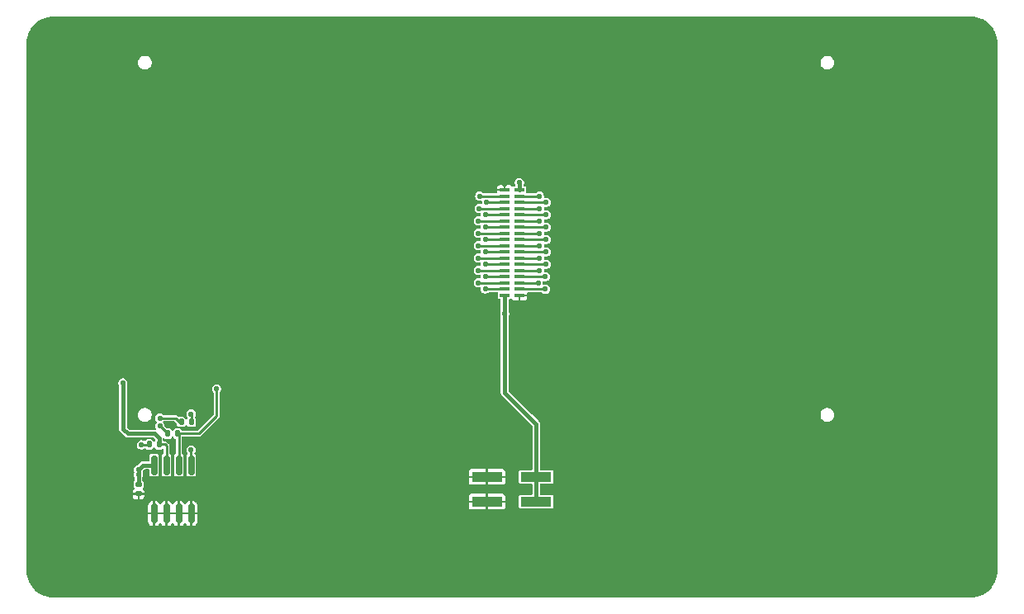
<source format=gbr>
G04 #@! TF.GenerationSoftware,KiCad,Pcbnew,9.0.0*
G04 #@! TF.CreationDate,2025-04-07T23:01:42+01:00*
G04 #@! TF.ProjectId,ephys-test-module-32,65706879-732d-4746-9573-742d6d6f6475,A*
G04 #@! TF.SameCoordinates,Original*
G04 #@! TF.FileFunction,Copper,L1,Top*
G04 #@! TF.FilePolarity,Positive*
%FSLAX46Y46*%
G04 Gerber Fmt 4.6, Leading zero omitted, Abs format (unit mm)*
G04 Created by KiCad (PCBNEW 9.0.0) date 2025-04-07 23:01:42*
%MOMM*%
%LPD*%
G01*
G04 APERTURE LIST*
G04 Aperture macros list*
%AMRoundRect*
0 Rectangle with rounded corners*
0 $1 Rounding radius*
0 $2 $3 $4 $5 $6 $7 $8 $9 X,Y pos of 4 corners*
0 Add a 4 corners polygon primitive as box body*
4,1,4,$2,$3,$4,$5,$6,$7,$8,$9,$2,$3,0*
0 Add four circle primitives for the rounded corners*
1,1,$1+$1,$2,$3*
1,1,$1+$1,$4,$5*
1,1,$1+$1,$6,$7*
1,1,$1+$1,$8,$9*
0 Add four rect primitives between the rounded corners*
20,1,$1+$1,$2,$3,$4,$5,0*
20,1,$1+$1,$4,$5,$6,$7,0*
20,1,$1+$1,$6,$7,$8,$9,0*
20,1,$1+$1,$8,$9,$2,$3,0*%
G04 Aperture macros list end*
G04 #@! TA.AperFunction,SMDPad,CuDef*
%ADD10R,3.150000X1.000000*%
G04 #@! TD*
G04 #@! TA.AperFunction,SMDPad,CuDef*
%ADD11R,1.000000X0.380000*%
G04 #@! TD*
G04 #@! TA.AperFunction,SMDPad,CuDef*
%ADD12RoundRect,0.135000X-0.135000X-0.185000X0.135000X-0.185000X0.135000X0.185000X-0.135000X0.185000X0*%
G04 #@! TD*
G04 #@! TA.AperFunction,SMDPad,CuDef*
%ADD13RoundRect,0.150000X0.150000X-0.825000X0.150000X0.825000X-0.150000X0.825000X-0.150000X-0.825000X0*%
G04 #@! TD*
G04 #@! TA.AperFunction,SMDPad,CuDef*
%ADD14RoundRect,0.140000X-0.170000X0.140000X-0.170000X-0.140000X0.170000X-0.140000X0.170000X0.140000X0*%
G04 #@! TD*
G04 #@! TA.AperFunction,ViaPad*
%ADD15C,0.550000*%
G04 #@! TD*
G04 #@! TA.AperFunction,Conductor*
%ADD16C,0.400000*%
G04 #@! TD*
G04 #@! TA.AperFunction,Conductor*
%ADD17C,0.220000*%
G04 #@! TD*
G04 APERTURE END LIST*
D10*
G04 #@! TO.P,J4,1,Pin_1*
G04 #@! TO.N,/Headstage Interface/REF*
X160475000Y-126970000D03*
G04 #@! TO.P,J4,2,Pin_2*
G04 #@! TO.N,GND*
X155425000Y-126970000D03*
G04 #@! TO.P,J4,3,Pin_3*
G04 #@! TO.N,/Headstage Interface/REF*
X160475000Y-124430000D03*
G04 #@! TO.P,J4,4,Pin_4*
G04 #@! TO.N,GND*
X155425000Y-124430000D03*
G04 #@! TD*
D11*
G04 #@! TO.P,J5,1,Pin_1*
G04 #@! TO.N,/Headstage Interface/REF*
X157250000Y-105800000D03*
G04 #@! TO.P,J5,2,Pin_2*
G04 #@! TO.N,GND*
X158750000Y-105800000D03*
G04 #@! TO.P,J5,3,Pin_3*
G04 #@! TO.N,/Headstage Interface/B6.E_{7}*
X157250000Y-105165000D03*
G04 #@! TO.P,J5,4,Pin_4*
G04 #@! TO.N,/Headstage Interface/B10.E_{7}*
X158750000Y-105165000D03*
G04 #@! TO.P,J5,5,Pin_5*
G04 #@! TO.N,/Headstage Interface/B6.E_{6}*
X157250000Y-104530000D03*
G04 #@! TO.P,J5,6,Pin_6*
G04 #@! TO.N,/Headstage Interface/B10.E_{6}*
X158750000Y-104530000D03*
G04 #@! TO.P,J5,7,Pin_7*
G04 #@! TO.N,/Headstage Interface/B6.E_{5}*
X157250000Y-103895000D03*
G04 #@! TO.P,J5,8,Pin_8*
G04 #@! TO.N,/Headstage Interface/B10.E_{5}*
X158750000Y-103895000D03*
G04 #@! TO.P,J5,9,Pin_9*
G04 #@! TO.N,/Headstage Interface/B6.E_{4}*
X157250000Y-103260000D03*
G04 #@! TO.P,J5,10,Pin_10*
G04 #@! TO.N,/Headstage Interface/B10.E_{4}*
X158750000Y-103260000D03*
G04 #@! TO.P,J5,11,Pin_11*
G04 #@! TO.N,/Headstage Interface/B6.E_{3}*
X157250000Y-102625000D03*
G04 #@! TO.P,J5,12,Pin_12*
G04 #@! TO.N,/Headstage Interface/B10.E_{3}*
X158750000Y-102625000D03*
G04 #@! TO.P,J5,13,Pin_13*
G04 #@! TO.N,/Headstage Interface/B6.E_{2}*
X157250000Y-101990000D03*
G04 #@! TO.P,J5,14,Pin_14*
G04 #@! TO.N,/Headstage Interface/B10.E_{2}*
X158750000Y-101990000D03*
G04 #@! TO.P,J5,15,Pin_15*
G04 #@! TO.N,/Headstage Interface/B6.E_{1}*
X157250000Y-101355000D03*
G04 #@! TO.P,J5,16,Pin_16*
G04 #@! TO.N,/Headstage Interface/B10.E_{1}*
X158750000Y-101355000D03*
G04 #@! TO.P,J5,17,Pin_17*
G04 #@! TO.N,/Headstage Interface/B6.E_{0}*
X157250000Y-100720000D03*
G04 #@! TO.P,J5,18,Pin_18*
G04 #@! TO.N,/Headstage Interface/B10.E_{0}*
X158750000Y-100720000D03*
G04 #@! TO.P,J5,19,Pin_19*
G04 #@! TO.N,/Headstage Interface/B5.E_{7}*
X157250000Y-100085000D03*
G04 #@! TO.P,J5,20,Pin_20*
G04 #@! TO.N,/Headstage Interface/B9.E_{7}*
X158750000Y-100085000D03*
G04 #@! TO.P,J5,21,Pin_21*
G04 #@! TO.N,/Headstage Interface/B5.E_{6}*
X157250000Y-99450000D03*
G04 #@! TO.P,J5,22,Pin_22*
G04 #@! TO.N,/Headstage Interface/B9.E_{6}*
X158750000Y-99450000D03*
G04 #@! TO.P,J5,23,Pin_23*
G04 #@! TO.N,/Headstage Interface/B5.E_{5}*
X157250000Y-98815000D03*
G04 #@! TO.P,J5,24,Pin_24*
G04 #@! TO.N,/Headstage Interface/B9.E_{5}*
X158750000Y-98815000D03*
G04 #@! TO.P,J5,25,Pin_25*
G04 #@! TO.N,/Headstage Interface/B5.E_{4}*
X157250000Y-98180000D03*
G04 #@! TO.P,J5,26,Pin_26*
G04 #@! TO.N,/Headstage Interface/B9.E_{4}*
X158750000Y-98180000D03*
G04 #@! TO.P,J5,27,Pin_27*
G04 #@! TO.N,/Headstage Interface/B5.E_{3}*
X157250000Y-97545000D03*
G04 #@! TO.P,J5,28,Pin_28*
G04 #@! TO.N,/Headstage Interface/B9.E_{3}*
X158750000Y-97545000D03*
G04 #@! TO.P,J5,29,Pin_29*
G04 #@! TO.N,/Headstage Interface/B5.E_{2}*
X157250000Y-96910000D03*
G04 #@! TO.P,J5,30,Pin_30*
G04 #@! TO.N,/Headstage Interface/B9.E_{2}*
X158750000Y-96910000D03*
G04 #@! TO.P,J5,31,Pin_31*
G04 #@! TO.N,/Headstage Interface/B5.E_{1}*
X157250000Y-96275000D03*
G04 #@! TO.P,J5,32,Pin_32*
G04 #@! TO.N,/Headstage Interface/B9.E_{1}*
X158750000Y-96275000D03*
G04 #@! TO.P,J5,33,Pin_33*
G04 #@! TO.N,/Headstage Interface/B5.E_{0}*
X157250000Y-95640000D03*
G04 #@! TO.P,J5,34,Pin_34*
G04 #@! TO.N,/Headstage Interface/B9.E_{0}*
X158750000Y-95640000D03*
G04 #@! TO.P,J5,35,Pin_35*
G04 #@! TO.N,GND*
X157250000Y-95005000D03*
G04 #@! TO.P,J5,36,Pin_36*
G04 #@! TO.N,/Headstage Interface/REF*
X158750000Y-95005000D03*
G04 #@! TD*
D12*
G04 #@! TO.P,R3,1*
G04 #@! TO.N,VCC*
X122690000Y-120000000D03*
G04 #@! TO.P,R3,2*
G04 #@! TO.N,/Test Signal Interface/SCL*
X123710000Y-120000000D03*
G04 #@! TD*
G04 #@! TO.P,R1,1*
G04 #@! TO.N,VCC*
X120790000Y-121100000D03*
G04 #@! TO.P,R1,2*
G04 #@! TO.N,/Test Signal Interface/WP*
X121810000Y-121100000D03*
G04 #@! TD*
D13*
G04 #@! TO.P,U1,1,A0*
G04 #@! TO.N,GND*
X121295000Y-128175000D03*
G04 #@! TO.P,U1,2,A1*
X122565000Y-128175000D03*
G04 #@! TO.P,U1,3,A2*
X123835000Y-128175000D03*
G04 #@! TO.P,U1,4,GND*
X125105000Y-128175000D03*
G04 #@! TO.P,U1,5,SDA*
G04 #@! TO.N,/Test Signal Interface/SDA*
X125105000Y-123225000D03*
G04 #@! TO.P,U1,6,SCL*
G04 #@! TO.N,/Test Signal Interface/SCL*
X123835000Y-123225000D03*
G04 #@! TO.P,U1,7,WP*
G04 #@! TO.N,/Test Signal Interface/WP*
X122565000Y-123225000D03*
G04 #@! TO.P,U1,8,VCC*
G04 #@! TO.N,VCC*
X121295000Y-123225000D03*
G04 #@! TD*
D12*
G04 #@! TO.P,R2,1*
G04 #@! TO.N,VCC*
X124090000Y-118800000D03*
G04 #@! TO.P,R2,2*
G04 #@! TO.N,/Test Signal Interface/SDA*
X125110000Y-118800000D03*
G04 #@! TD*
D14*
G04 #@! TO.P,C1,1*
G04 #@! TO.N,VCC*
X119700000Y-125220000D03*
G04 #@! TO.P,C1,2*
G04 #@! TO.N,GND*
X119700000Y-126180000D03*
G04 #@! TD*
D15*
G04 #@! TO.N,GND*
X157226000Y-94361000D03*
X202300000Y-124800000D03*
X114730000Y-80390000D03*
X122555000Y-101854000D03*
X113269807Y-112500000D03*
X153400000Y-91900000D03*
X133600000Y-117000000D03*
X161400000Y-132300000D03*
X135000000Y-80800000D03*
X166800000Y-111700000D03*
X148400000Y-81100000D03*
X113800000Y-133900000D03*
X138700000Y-106800000D03*
X193040000Y-99695000D03*
X192913000Y-92583000D03*
X179700000Y-132600000D03*
X203200000Y-107500000D03*
X141400000Y-92500000D03*
X193040000Y-114681000D03*
X168402000Y-121412000D03*
X175300000Y-106800000D03*
X187500000Y-106800000D03*
X122810000Y-86360000D03*
X128900000Y-133600000D03*
X113100000Y-94400000D03*
X198501000Y-84836000D03*
X158750000Y-106553000D03*
X159400000Y-113200000D03*
X203000000Y-80900000D03*
X174500000Y-92400000D03*
X193900000Y-134700000D03*
X148100000Y-112900000D03*
X184300000Y-116500000D03*
X202900000Y-91100000D03*
X129000000Y-107000000D03*
X129000000Y-92400000D03*
X184900000Y-80200000D03*
X174067445Y-80221652D03*
X161900000Y-92500000D03*
X187833000Y-84963000D03*
X141900000Y-133000000D03*
G04 #@! TO.N,VCC*
X120000000Y-121150000D03*
X121900000Y-118400000D03*
X119700000Y-124200000D03*
X119700000Y-123700000D03*
X121900000Y-119200000D03*
G04 #@! TO.N,/Headstage Interface/B5.E_{0}*
X154686000Y-95631000D03*
G04 #@! TO.N,/Headstage Interface/B5.E_{2}*
X154642000Y-96901000D03*
G04 #@! TO.N,/Headstage Interface/B5.E_{5}*
X155259000Y-98806000D03*
G04 #@! TO.N,/Headstage Interface/B6.E_{2}*
X154559000Y-101981000D03*
G04 #@! TO.N,/Headstage Interface/B6.E_{5}*
X155259000Y-103886000D03*
G04 #@! TO.N,/Headstage Interface/B5.E_{7}*
X155259000Y-100076000D03*
G04 #@! TO.N,/Headstage Interface/B6.E_{7}*
X155259000Y-105156000D03*
G04 #@! TO.N,/Headstage Interface/B6.E_{0}*
X154559000Y-100711000D03*
G04 #@! TO.N,/Headstage Interface/B5.E_{1}*
X155389000Y-96257000D03*
G04 #@! TO.N,/Headstage Interface/REF*
X158750000Y-94234000D03*
X157250000Y-107696000D03*
G04 #@! TO.N,/Headstage Interface/B6.E_{6}*
X154559000Y-104521000D03*
G04 #@! TO.N,/Headstage Interface/B6.E_{1}*
X155259000Y-101346000D03*
G04 #@! TO.N,/Headstage Interface/B5.E_{6}*
X154559000Y-99441000D03*
G04 #@! TO.N,/Headstage Interface/B6.E_{4}*
X154559000Y-103251000D03*
G04 #@! TO.N,/Headstage Interface/B5.E_{4}*
X154559000Y-98171000D03*
G04 #@! TO.N,/Headstage Interface/B5.E_{3}*
X155259000Y-97536000D03*
G04 #@! TO.N,/Headstage Interface/B6.E_{3}*
X155259000Y-102616000D03*
G04 #@! TO.N,/Test Signal Interface/SDA*
X125095000Y-121666000D03*
X125095000Y-117983000D03*
G04 #@! TO.N,/Headstage Interface/B10.E_{4}*
X160800000Y-103251000D03*
G04 #@! TO.N,/Test Signal Interface/SCL*
X127700000Y-115400000D03*
G04 #@! TO.N,/Headstage Interface/B9.E_{1}*
X161500000Y-96266000D03*
G04 #@! TO.N,/Headstage Interface/B9.E_{0}*
X160800000Y-95631000D03*
G04 #@! TO.N,/Headstage Interface/B9.E_{5}*
X161500000Y-98806000D03*
G04 #@! TO.N,/Headstage Interface/B10.E_{3}*
X161500000Y-102616000D03*
G04 #@! TO.N,/Headstage Interface/B10.E_{1}*
X161500000Y-101346000D03*
G04 #@! TO.N,/Headstage Interface/B10.E_{2}*
X160800000Y-101981000D03*
G04 #@! TO.N,/Headstage Interface/B10.E_{7}*
X161417000Y-105165000D03*
G04 #@! TO.N,/Headstage Interface/B9.E_{3}*
X161500000Y-97536000D03*
G04 #@! TO.N,/Headstage Interface/B9.E_{4}*
X160800000Y-98171000D03*
G04 #@! TO.N,/Headstage Interface/B9.E_{6}*
X160800000Y-99441000D03*
G04 #@! TO.N,/Headstage Interface/B9.E_{7}*
X161500000Y-100076000D03*
G04 #@! TO.N,/Headstage Interface/B9.E_{2}*
X160800000Y-96901000D03*
G04 #@! TO.N,/Headstage Interface/B10.E_{6}*
X160670000Y-104530000D03*
G04 #@! TO.N,/Headstage Interface/B10.E_{0}*
X160800000Y-100711000D03*
G04 #@! TO.N,/Headstage Interface/B10.E_{5}*
X161417000Y-103886000D03*
G04 #@! TO.N,/Test Signal Interface/WP*
X118100000Y-114800000D03*
G04 #@! TD*
D16*
G04 #@! TO.N,VCC*
X119700000Y-125220000D02*
X119700000Y-123700000D01*
D17*
X123900000Y-118800000D02*
X124090000Y-118800000D01*
X123500000Y-118400000D02*
X123900000Y-118800000D01*
X121900000Y-119200000D02*
X122690000Y-119990000D01*
X120740000Y-121150000D02*
X120790000Y-121100000D01*
X120000000Y-121150000D02*
X120740000Y-121150000D01*
D16*
X119700000Y-123700000D02*
X119700000Y-124400000D01*
D17*
X121900000Y-118400000D02*
X123500000Y-118400000D01*
X122690000Y-119990000D02*
X122690000Y-120000000D01*
D16*
X119700000Y-124400000D02*
X119700000Y-124200000D01*
X120175000Y-123225000D02*
X119700000Y-123700000D01*
X121295000Y-123225000D02*
X120175000Y-123225000D01*
D17*
G04 #@! TO.N,/Headstage Interface/B5.E_{0}*
X154642000Y-95622000D02*
X157309000Y-95622000D01*
G04 #@! TO.N,/Headstage Interface/B5.E_{2}*
X154664000Y-96892000D02*
X157309000Y-96892000D01*
X154655000Y-96901000D02*
X154664000Y-96892000D01*
X154642000Y-96901000D02*
X154655000Y-96901000D01*
G04 #@! TO.N,/Headstage Interface/B5.E_{5}*
X157309000Y-98797000D02*
X157300000Y-98806000D01*
X157300000Y-98806000D02*
X155259000Y-98806000D01*
G04 #@! TO.N,/Headstage Interface/B6.E_{2}*
X157300000Y-101981000D02*
X154559000Y-101981000D01*
X157309000Y-101972000D02*
X157300000Y-101981000D01*
G04 #@! TO.N,/Headstage Interface/B6.E_{5}*
X157309000Y-103877000D02*
X157300000Y-103886000D01*
X157300000Y-103886000D02*
X155259000Y-103886000D01*
G04 #@! TO.N,/Headstage Interface/B5.E_{7}*
X157300000Y-100076000D02*
X155259000Y-100076000D01*
X157309000Y-100067000D02*
X157300000Y-100076000D01*
G04 #@! TO.N,/Headstage Interface/B6.E_{7}*
X157300000Y-105156000D02*
X155259000Y-105156000D01*
X157309000Y-105147000D02*
X157300000Y-105156000D01*
G04 #@! TO.N,/Headstage Interface/B6.E_{0}*
X157309000Y-100702000D02*
X157300000Y-100711000D01*
X157300000Y-100711000D02*
X154559000Y-100711000D01*
G04 #@! TO.N,/Headstage Interface/B5.E_{1}*
X155389000Y-96257000D02*
X157309000Y-96257000D01*
D16*
G04 #@! TO.N,/Headstage Interface/REF*
X157250000Y-115780000D02*
X157250000Y-107696000D01*
X160475000Y-124430000D02*
X160475000Y-126970000D01*
X160475000Y-119005000D02*
X160475000Y-124430000D01*
X160475000Y-119005000D02*
X157250000Y-115780000D01*
X157250000Y-105800000D02*
X157250000Y-107696000D01*
X158750000Y-95005000D02*
X158750000Y-94234000D01*
D17*
G04 #@! TO.N,/Headstage Interface/B6.E_{6}*
X157309000Y-104512000D02*
X157300000Y-104521000D01*
X157300000Y-104521000D02*
X154559000Y-104521000D01*
G04 #@! TO.N,/Headstage Interface/B6.E_{1}*
X157309000Y-101337000D02*
X157300000Y-101346000D01*
X157300000Y-101346000D02*
X155259000Y-101346000D01*
G04 #@! TO.N,/Headstage Interface/B5.E_{6}*
X157300000Y-99441000D02*
X154559000Y-99441000D01*
X157309000Y-99432000D02*
X157300000Y-99441000D01*
G04 #@! TO.N,/Headstage Interface/B6.E_{4}*
X157309000Y-103242000D02*
X157300000Y-103251000D01*
X157300000Y-103251000D02*
X154559000Y-103251000D01*
G04 #@! TO.N,/Headstage Interface/B5.E_{4}*
X157300000Y-98171000D02*
X154559000Y-98171000D01*
X157309000Y-98162000D02*
X157300000Y-98171000D01*
G04 #@! TO.N,/Headstage Interface/B5.E_{3}*
X157309000Y-97527000D02*
X157300000Y-97536000D01*
X157300000Y-97536000D02*
X155259000Y-97536000D01*
G04 #@! TO.N,/Headstage Interface/B6.E_{3}*
X157300000Y-102616000D02*
X155259000Y-102616000D01*
X157309000Y-102607000D02*
X157300000Y-102616000D01*
G04 #@! TO.N,/Test Signal Interface/SDA*
X125040000Y-123160000D02*
X125105000Y-123225000D01*
X125105000Y-123225000D02*
X125095000Y-123215000D01*
X125110000Y-117998000D02*
X125110000Y-118800000D01*
X125095000Y-117983000D02*
X125110000Y-117998000D01*
X125095000Y-123215000D02*
X125095000Y-121666000D01*
G04 #@! TO.N,/Headstage Interface/B10.E_{4}*
X158750000Y-103260000D02*
X158759000Y-103251000D01*
X158759000Y-103251000D02*
X160800000Y-103251000D01*
G04 #@! TO.N,/Test Signal Interface/SCL*
X127700000Y-118200000D02*
X125900000Y-120000000D01*
X123835000Y-123225000D02*
X123835000Y-120125000D01*
X127700000Y-115400000D02*
X127700000Y-118200000D01*
X123710000Y-119910000D02*
X123710000Y-120000000D01*
X123835000Y-120125000D02*
X123710000Y-120000000D01*
X125900000Y-120000000D02*
X123710000Y-120000000D01*
G04 #@! TO.N,/Headstage Interface/B9.E_{1}*
X158750000Y-96275000D02*
X158759000Y-96266000D01*
X158759000Y-96266000D02*
X161500000Y-96266000D01*
G04 #@! TO.N,/Headstage Interface/B9.E_{0}*
X158750000Y-95640000D02*
X158759000Y-95631000D01*
X158759000Y-95631000D02*
X160800000Y-95631000D01*
G04 #@! TO.N,/Headstage Interface/B9.E_{5}*
X158759000Y-98806000D02*
X161500000Y-98806000D01*
X158750000Y-98815000D02*
X158759000Y-98806000D01*
G04 #@! TO.N,/Headstage Interface/B10.E_{3}*
X158750000Y-102625000D02*
X158759000Y-102616000D01*
X158759000Y-102616000D02*
X161500000Y-102616000D01*
G04 #@! TO.N,/Headstage Interface/B10.E_{1}*
X158750000Y-101355000D02*
X158759000Y-101346000D01*
X158759000Y-101346000D02*
X161500000Y-101346000D01*
G04 #@! TO.N,/Headstage Interface/B10.E_{2}*
X158750000Y-101990000D02*
X158759000Y-101981000D01*
X158759000Y-101981000D02*
X160800000Y-101981000D01*
G04 #@! TO.N,/Headstage Interface/B10.E_{7}*
X161417000Y-105165000D02*
X158750000Y-105165000D01*
G04 #@! TO.N,/Headstage Interface/B9.E_{3}*
X158759000Y-97536000D02*
X161500000Y-97536000D01*
X158750000Y-97545000D02*
X158759000Y-97536000D01*
G04 #@! TO.N,/Headstage Interface/B9.E_{4}*
X158759000Y-98171000D02*
X160800000Y-98171000D01*
X158750000Y-98180000D02*
X158759000Y-98171000D01*
G04 #@! TO.N,/Headstage Interface/B9.E_{6}*
X158759000Y-99441000D02*
X160800000Y-99441000D01*
X158750000Y-99450000D02*
X158759000Y-99441000D01*
G04 #@! TO.N,/Headstage Interface/B9.E_{7}*
X158759000Y-100076000D02*
X161500000Y-100076000D01*
X158750000Y-100085000D02*
X158759000Y-100076000D01*
G04 #@! TO.N,/Headstage Interface/B9.E_{2}*
X158759000Y-96901000D02*
X160800000Y-96901000D01*
X158750000Y-96910000D02*
X158759000Y-96901000D01*
G04 #@! TO.N,/Headstage Interface/B10.E_{6}*
X160670000Y-104530000D02*
X158750000Y-104530000D01*
G04 #@! TO.N,/Headstage Interface/B10.E_{0}*
X158759000Y-100711000D02*
X160800000Y-100711000D01*
X158750000Y-100720000D02*
X158759000Y-100711000D01*
G04 #@! TO.N,/Headstage Interface/B10.E_{5}*
X161404000Y-103886000D02*
X161395000Y-103895000D01*
X161395000Y-103895000D02*
X158750000Y-103895000D01*
X161417000Y-103886000D02*
X161404000Y-103886000D01*
D16*
G04 #@! TO.N,/Test Signal Interface/WP*
X118600000Y-120000000D02*
X121371760Y-120000000D01*
X121810000Y-120438240D02*
X121810000Y-121100000D01*
D17*
X122565000Y-123225000D02*
X122565000Y-121255000D01*
D16*
X118100000Y-119500000D02*
X118600000Y-120000000D01*
D17*
X122565000Y-121255000D02*
X122410000Y-121100000D01*
X122410000Y-121100000D02*
X121810000Y-121100000D01*
D16*
X121371760Y-120000000D02*
X121810000Y-120438240D01*
X118100000Y-114800000D02*
X118100000Y-119500000D01*
G04 #@! TD*
G04 #@! TA.AperFunction,Conductor*
G04 #@! TO.N,GND*
G36*
X205002065Y-77200615D02*
G01*
X205309309Y-77217870D01*
X205317543Y-77218799D01*
X205618855Y-77269993D01*
X205626923Y-77271834D01*
X205920633Y-77356451D01*
X205928447Y-77359185D01*
X206210817Y-77476147D01*
X206218293Y-77479747D01*
X206485784Y-77627584D01*
X206492808Y-77631997D01*
X206742086Y-77808869D01*
X206748554Y-77814028D01*
X206901670Y-77950862D01*
X206976446Y-78017686D01*
X206982313Y-78023553D01*
X207065033Y-78116116D01*
X207185969Y-78251443D01*
X207191132Y-78257915D01*
X207346337Y-78476657D01*
X207368000Y-78507188D01*
X207372415Y-78514215D01*
X207520252Y-78781706D01*
X207523852Y-78789182D01*
X207640810Y-79071543D01*
X207643551Y-79079376D01*
X207728162Y-79373065D01*
X207730008Y-79381156D01*
X207781199Y-79682450D01*
X207782129Y-79690696D01*
X207799384Y-79997934D01*
X207799500Y-80002083D01*
X207799500Y-133997916D01*
X207799384Y-134002065D01*
X207782129Y-134309303D01*
X207781199Y-134317549D01*
X207730008Y-134618843D01*
X207728162Y-134626934D01*
X207643551Y-134920623D01*
X207640810Y-134928456D01*
X207523852Y-135210817D01*
X207520252Y-135218293D01*
X207372415Y-135485784D01*
X207368000Y-135492811D01*
X207191138Y-135742076D01*
X207185963Y-135748564D01*
X206982313Y-135976446D01*
X206976446Y-135982313D01*
X206748564Y-136185963D01*
X206742076Y-136191138D01*
X206492811Y-136368000D01*
X206485784Y-136372415D01*
X206218293Y-136520252D01*
X206210817Y-136523852D01*
X205928456Y-136640810D01*
X205920623Y-136643551D01*
X205626934Y-136728162D01*
X205618843Y-136730008D01*
X205317549Y-136781199D01*
X205309303Y-136782129D01*
X205002066Y-136799384D01*
X204997917Y-136799500D01*
X111002083Y-136799500D01*
X110997934Y-136799384D01*
X110690696Y-136782129D01*
X110682450Y-136781199D01*
X110381156Y-136730008D01*
X110373065Y-136728162D01*
X110079376Y-136643551D01*
X110071543Y-136640810D01*
X109789182Y-136523852D01*
X109781706Y-136520252D01*
X109514215Y-136372415D01*
X109507188Y-136368000D01*
X109363715Y-136266201D01*
X109257915Y-136191132D01*
X109251443Y-136185969D01*
X109062260Y-136016904D01*
X109023553Y-135982313D01*
X109017686Y-135976446D01*
X108950862Y-135901670D01*
X108814028Y-135748554D01*
X108808869Y-135742086D01*
X108631997Y-135492808D01*
X108627584Y-135485784D01*
X108610565Y-135454991D01*
X108479747Y-135218293D01*
X108476147Y-135210817D01*
X108450347Y-135148531D01*
X108359185Y-134928447D01*
X108356451Y-134920633D01*
X108271834Y-134626923D01*
X108269993Y-134618855D01*
X108218799Y-134317543D01*
X108217870Y-134309303D01*
X108200616Y-134002065D01*
X108200500Y-133997916D01*
X108200500Y-129054205D01*
X120695001Y-129054205D01*
X120697850Y-129084602D01*
X120697852Y-129084611D01*
X120742652Y-129212643D01*
X120823207Y-129321791D01*
X120823208Y-129321792D01*
X120932356Y-129402347D01*
X120932355Y-129402347D01*
X121060385Y-129447146D01*
X121060393Y-129447148D01*
X121090803Y-129449999D01*
X121195000Y-129449999D01*
X121395000Y-129449999D01*
X121499194Y-129449999D01*
X121499205Y-129449998D01*
X121529602Y-129447149D01*
X121529611Y-129447147D01*
X121657643Y-129402347D01*
X121766791Y-129321792D01*
X121766792Y-129321791D01*
X121847345Y-129212646D01*
X121860152Y-129176047D01*
X121897892Y-129133816D01*
X121954440Y-129130639D01*
X121996671Y-129168379D01*
X121999848Y-129176047D01*
X122012654Y-129212646D01*
X122093207Y-129321791D01*
X122093208Y-129321792D01*
X122202356Y-129402347D01*
X122202355Y-129402347D01*
X122330385Y-129447146D01*
X122330393Y-129447148D01*
X122360803Y-129449999D01*
X122465000Y-129449999D01*
X122665000Y-129449999D01*
X122769194Y-129449999D01*
X122769205Y-129449998D01*
X122799602Y-129447149D01*
X122799611Y-129447147D01*
X122927643Y-129402347D01*
X123036791Y-129321792D01*
X123036792Y-129321791D01*
X123117345Y-129212646D01*
X123130152Y-129176047D01*
X123167892Y-129133816D01*
X123224440Y-129130639D01*
X123266671Y-129168379D01*
X123269848Y-129176047D01*
X123282654Y-129212646D01*
X123363207Y-129321791D01*
X123363208Y-129321792D01*
X123472356Y-129402347D01*
X123472355Y-129402347D01*
X123600385Y-129447146D01*
X123600393Y-129447148D01*
X123630803Y-129449999D01*
X123735000Y-129449999D01*
X123935000Y-129449999D01*
X124039194Y-129449999D01*
X124039205Y-129449998D01*
X124069602Y-129447149D01*
X124069611Y-129447147D01*
X124197643Y-129402347D01*
X124306791Y-129321792D01*
X124306792Y-129321791D01*
X124387345Y-129212646D01*
X124400152Y-129176047D01*
X124437892Y-129133816D01*
X124494440Y-129130639D01*
X124536671Y-129168379D01*
X124539848Y-129176047D01*
X124552654Y-129212646D01*
X124633207Y-129321791D01*
X124633208Y-129321792D01*
X124742356Y-129402347D01*
X124742355Y-129402347D01*
X124870385Y-129447146D01*
X124870393Y-129447148D01*
X124900803Y-129449999D01*
X125005000Y-129449999D01*
X125205000Y-129449999D01*
X125309194Y-129449999D01*
X125309205Y-129449998D01*
X125339602Y-129447149D01*
X125339611Y-129447147D01*
X125467643Y-129402347D01*
X125576791Y-129321792D01*
X125576792Y-129321791D01*
X125657347Y-129212643D01*
X125702146Y-129084614D01*
X125702148Y-129084606D01*
X125704999Y-129054198D01*
X125705000Y-129054197D01*
X125705000Y-128275000D01*
X125205000Y-128275000D01*
X125205000Y-129449999D01*
X125005000Y-129449999D01*
X125005000Y-128275000D01*
X124480498Y-128275000D01*
X124470001Y-128279348D01*
X124469996Y-128279345D01*
X124469991Y-128279348D01*
X124459497Y-128275000D01*
X123935000Y-128275000D01*
X123935000Y-129449999D01*
X123735000Y-129449999D01*
X123735000Y-128275000D01*
X123210498Y-128275000D01*
X123200001Y-128279348D01*
X123199996Y-128279345D01*
X123199991Y-128279348D01*
X123189497Y-128275000D01*
X122665000Y-128275000D01*
X122665000Y-129449999D01*
X122465000Y-129449999D01*
X122465000Y-128275000D01*
X121940498Y-128275000D01*
X121930001Y-128279348D01*
X121929996Y-128279345D01*
X121929991Y-128279348D01*
X121919497Y-128275000D01*
X121395000Y-128275000D01*
X121395000Y-129449999D01*
X121195000Y-129449999D01*
X121195000Y-128275000D01*
X120695001Y-128275000D01*
X120695001Y-129054205D01*
X108200500Y-129054205D01*
X108200500Y-127295801D01*
X120695000Y-127295801D01*
X120695000Y-128075000D01*
X121195000Y-128075000D01*
X121395000Y-128075000D01*
X121919494Y-128075000D01*
X121929990Y-128070651D01*
X121929994Y-128070652D01*
X121929998Y-128070651D01*
X121940498Y-128075000D01*
X122465000Y-128075000D01*
X122665000Y-128075000D01*
X123189494Y-128075000D01*
X123199990Y-128070651D01*
X123199994Y-128070652D01*
X123199998Y-128070651D01*
X123210498Y-128075000D01*
X123735000Y-128075000D01*
X123935000Y-128075000D01*
X124459494Y-128075000D01*
X124469990Y-128070651D01*
X124469994Y-128070652D01*
X124469998Y-128070651D01*
X124480498Y-128075000D01*
X125005000Y-128075000D01*
X125205000Y-128075000D01*
X125704999Y-128075000D01*
X125704999Y-127514792D01*
X153550001Y-127514792D01*
X153552908Y-127539868D01*
X153552910Y-127539874D01*
X153598213Y-127642478D01*
X153677521Y-127721786D01*
X153780124Y-127767089D01*
X153780123Y-127767089D01*
X153805210Y-127769999D01*
X155325000Y-127769999D01*
X155525000Y-127769999D01*
X157044792Y-127769999D01*
X157069868Y-127767091D01*
X157069874Y-127767089D01*
X157172478Y-127721786D01*
X157251786Y-127642478D01*
X157297089Y-127539875D01*
X157300000Y-127514789D01*
X157300000Y-127070000D01*
X155525000Y-127070000D01*
X155525000Y-127769999D01*
X155325000Y-127769999D01*
X155325000Y-127070000D01*
X153550001Y-127070000D01*
X153550001Y-127514792D01*
X125704999Y-127514792D01*
X125704999Y-127295806D01*
X125704998Y-127295794D01*
X125702149Y-127265397D01*
X125702147Y-127265388D01*
X125657347Y-127137356D01*
X125617445Y-127083291D01*
X125576792Y-127028208D01*
X125576791Y-127028207D01*
X125467643Y-126947652D01*
X125467644Y-126947652D01*
X125339614Y-126902853D01*
X125339606Y-126902851D01*
X125309198Y-126900000D01*
X125205000Y-126900000D01*
X125205000Y-128075000D01*
X125005000Y-128075000D01*
X125005000Y-126900000D01*
X124900806Y-126900000D01*
X124900793Y-126900001D01*
X124870397Y-126902850D01*
X124870388Y-126902852D01*
X124742356Y-126947652D01*
X124633208Y-127028207D01*
X124633207Y-127028208D01*
X124552653Y-127137355D01*
X124539847Y-127173953D01*
X124502107Y-127216184D01*
X124445559Y-127219359D01*
X124403328Y-127181619D01*
X124400153Y-127173953D01*
X124387346Y-127137355D01*
X124306792Y-127028208D01*
X124306791Y-127028207D01*
X124197643Y-126947652D01*
X124197644Y-126947652D01*
X124069614Y-126902853D01*
X124069606Y-126902851D01*
X124039198Y-126900000D01*
X123935000Y-126900000D01*
X123935000Y-128075000D01*
X123735000Y-128075000D01*
X123735000Y-126900000D01*
X123630806Y-126900000D01*
X123630793Y-126900001D01*
X123600397Y-126902850D01*
X123600388Y-126902852D01*
X123472356Y-126947652D01*
X123363208Y-127028207D01*
X123363207Y-127028208D01*
X123282653Y-127137355D01*
X123269847Y-127173953D01*
X123232107Y-127216184D01*
X123175559Y-127219359D01*
X123133328Y-127181619D01*
X123130153Y-127173953D01*
X123117346Y-127137355D01*
X123036792Y-127028208D01*
X123036791Y-127028207D01*
X122927643Y-126947652D01*
X122927644Y-126947652D01*
X122799614Y-126902853D01*
X122799606Y-126902851D01*
X122769198Y-126900000D01*
X122665000Y-126900000D01*
X122665000Y-128075000D01*
X122465000Y-128075000D01*
X122465000Y-126900000D01*
X122360806Y-126900000D01*
X122360793Y-126900001D01*
X122330397Y-126902850D01*
X122330388Y-126902852D01*
X122202356Y-126947652D01*
X122093208Y-127028207D01*
X122093207Y-127028208D01*
X122012653Y-127137355D01*
X121999847Y-127173953D01*
X121962107Y-127216184D01*
X121905559Y-127219359D01*
X121863328Y-127181619D01*
X121860153Y-127173953D01*
X121847346Y-127137355D01*
X121766792Y-127028208D01*
X121766791Y-127028207D01*
X121657643Y-126947652D01*
X121657644Y-126947652D01*
X121529614Y-126902853D01*
X121529606Y-126902851D01*
X121499198Y-126900000D01*
X121395000Y-126900000D01*
X121395000Y-128075000D01*
X121195000Y-128075000D01*
X121195000Y-126900000D01*
X121090806Y-126900000D01*
X121090793Y-126900001D01*
X121060397Y-126902850D01*
X121060388Y-126902852D01*
X120932356Y-126947652D01*
X120823208Y-127028207D01*
X120823207Y-127028208D01*
X120742652Y-127137356D01*
X120697853Y-127265385D01*
X120697851Y-127265393D01*
X120695000Y-127295801D01*
X108200500Y-127295801D01*
X108200500Y-126373007D01*
X119090001Y-126373007D01*
X119092786Y-126402721D01*
X119092787Y-126402728D01*
X119136594Y-126527919D01*
X119215358Y-126634640D01*
X119215359Y-126634641D01*
X119322080Y-126713405D01*
X119447268Y-126757211D01*
X119447273Y-126757212D01*
X119477002Y-126759999D01*
X119600000Y-126759999D01*
X119800000Y-126759999D01*
X119922993Y-126759999D01*
X119923007Y-126759998D01*
X119952721Y-126757213D01*
X119952728Y-126757212D01*
X120077919Y-126713405D01*
X120184640Y-126634641D01*
X120184641Y-126634640D01*
X120263406Y-126527919D01*
X120299345Y-126425210D01*
X153550000Y-126425210D01*
X153550000Y-126870000D01*
X155325000Y-126870000D01*
X155525000Y-126870000D01*
X157299999Y-126870000D01*
X157299999Y-126425207D01*
X157297091Y-126400131D01*
X157297089Y-126400125D01*
X157251786Y-126297521D01*
X157172478Y-126218213D01*
X157069875Y-126172910D01*
X157069876Y-126172910D01*
X157044789Y-126170000D01*
X155525000Y-126170000D01*
X155525000Y-126870000D01*
X155325000Y-126870000D01*
X155325000Y-126170000D01*
X153805207Y-126170000D01*
X153780131Y-126172908D01*
X153780125Y-126172910D01*
X153677521Y-126218213D01*
X153598213Y-126297521D01*
X153552910Y-126400124D01*
X153550000Y-126425210D01*
X120299345Y-126425210D01*
X120307210Y-126402733D01*
X120307212Y-126402726D01*
X120309999Y-126372997D01*
X120310000Y-126372996D01*
X120310000Y-126280000D01*
X119800000Y-126280000D01*
X119800000Y-126759999D01*
X119600000Y-126759999D01*
X119600000Y-126280000D01*
X119090001Y-126280000D01*
X119090001Y-126373007D01*
X108200500Y-126373007D01*
X108200500Y-125987002D01*
X119090000Y-125987002D01*
X119090000Y-126080000D01*
X120309999Y-126080000D01*
X120309999Y-125987007D01*
X120309998Y-125986992D01*
X120307213Y-125957278D01*
X120307212Y-125957271D01*
X120263405Y-125832080D01*
X120184641Y-125725359D01*
X120184640Y-125725358D01*
X120139641Y-125692147D01*
X120110410Y-125643636D01*
X120124044Y-125588664D01*
X120131252Y-125580287D01*
X120153224Y-125558316D01*
X120203972Y-125449487D01*
X120210500Y-125399901D01*
X120210499Y-125040100D01*
X120203972Y-124990513D01*
X120196641Y-124974792D01*
X153550001Y-124974792D01*
X153552908Y-124999868D01*
X153552910Y-124999874D01*
X153598213Y-125102478D01*
X153677521Y-125181786D01*
X153780124Y-125227089D01*
X153780123Y-125227089D01*
X153805210Y-125229999D01*
X155325000Y-125229999D01*
X155525000Y-125229999D01*
X157044792Y-125229999D01*
X157069868Y-125227091D01*
X157069874Y-125227089D01*
X157172478Y-125181786D01*
X157251786Y-125102478D01*
X157297089Y-124999875D01*
X157300000Y-124974789D01*
X157300000Y-124530000D01*
X155525000Y-124530000D01*
X155525000Y-125229999D01*
X155325000Y-125229999D01*
X155325000Y-124530000D01*
X153550001Y-124530000D01*
X153550001Y-124974792D01*
X120196641Y-124974792D01*
X120153224Y-124881684D01*
X120122174Y-124850634D01*
X120100500Y-124798308D01*
X120100500Y-124477141D01*
X120110414Y-124440141D01*
X120139032Y-124390573D01*
X120143095Y-124383536D01*
X120175499Y-124262603D01*
X120175500Y-124262603D01*
X120175500Y-124137397D01*
X120175499Y-124137396D01*
X120143096Y-124016467D01*
X120143094Y-124016462D01*
X120126084Y-123987000D01*
X120118691Y-123930848D01*
X120120862Y-123924070D01*
X120123014Y-123918316D01*
X120143095Y-123883536D01*
X120160933Y-123816961D01*
X120162183Y-123813622D01*
X120166755Y-123808720D01*
X120179163Y-123787228D01*
X120319219Y-123647174D01*
X120371545Y-123625500D01*
X120720500Y-123625500D01*
X120772826Y-123647174D01*
X120794500Y-123699500D01*
X120794500Y-124083264D01*
X120804427Y-124151393D01*
X120804427Y-124151394D01*
X120855801Y-124256482D01*
X120855802Y-124256483D01*
X120938517Y-124339198D01*
X121043607Y-124390573D01*
X121111740Y-124400500D01*
X121111746Y-124400500D01*
X121478254Y-124400500D01*
X121478260Y-124400500D01*
X121546393Y-124390573D01*
X121651483Y-124339198D01*
X121734198Y-124256483D01*
X121785573Y-124151393D01*
X121795500Y-124083260D01*
X121795500Y-122366740D01*
X121785573Y-122298607D01*
X121734198Y-122193517D01*
X121651483Y-122110802D01*
X121651482Y-122110801D01*
X121546394Y-122059427D01*
X121478264Y-122049500D01*
X121478260Y-122049500D01*
X121111740Y-122049500D01*
X121111735Y-122049500D01*
X121043606Y-122059427D01*
X121043605Y-122059427D01*
X120938517Y-122110801D01*
X120855801Y-122193517D01*
X120804427Y-122298605D01*
X120804427Y-122298606D01*
X120794500Y-122366735D01*
X120794500Y-122750500D01*
X120772826Y-122802826D01*
X120720500Y-122824500D01*
X120122271Y-122824500D01*
X120020417Y-122851791D01*
X120020408Y-122851795D01*
X119929221Y-122904442D01*
X119929092Y-122904515D01*
X119929087Y-122904519D01*
X119612771Y-123220835D01*
X119579599Y-123239987D01*
X119516463Y-123256904D01*
X119408036Y-123319504D01*
X119319504Y-123408036D01*
X119256904Y-123516464D01*
X119224500Y-123637396D01*
X119224500Y-123762603D01*
X119256904Y-123883535D01*
X119273916Y-123913001D01*
X119281308Y-123969153D01*
X119273916Y-123986999D01*
X119256904Y-124016464D01*
X119224500Y-124137396D01*
X119224500Y-124262603D01*
X119256903Y-124383532D01*
X119256905Y-124383537D01*
X119289586Y-124440141D01*
X119299500Y-124477141D01*
X119299500Y-124798308D01*
X119277826Y-124850634D01*
X119246776Y-124881683D01*
X119196027Y-124990514D01*
X119189500Y-125040100D01*
X119189500Y-125399899D01*
X119196027Y-125449485D01*
X119196028Y-125449487D01*
X119246776Y-125558316D01*
X119268741Y-125580281D01*
X119290415Y-125632607D01*
X119268741Y-125684933D01*
X119260359Y-125692147D01*
X119215357Y-125725360D01*
X119136594Y-125832080D01*
X119092788Y-125957268D01*
X119092787Y-125957273D01*
X119090000Y-125987002D01*
X108200500Y-125987002D01*
X108200500Y-114737396D01*
X117624500Y-114737396D01*
X117624500Y-114862603D01*
X117656903Y-114983532D01*
X117656905Y-114983537D01*
X117689586Y-115040141D01*
X117699500Y-115077141D01*
X117699500Y-119447273D01*
X117699500Y-119552727D01*
X117711006Y-119595668D01*
X117726793Y-119654588D01*
X117726795Y-119654592D01*
X117779517Y-119745909D01*
X117779518Y-119745910D01*
X117779520Y-119745913D01*
X118136304Y-120102696D01*
X118276931Y-120243323D01*
X118276936Y-120243329D01*
X118279520Y-120245913D01*
X118354087Y-120320480D01*
X118399748Y-120346842D01*
X118399750Y-120346844D01*
X118399750Y-120346843D01*
X118445412Y-120373207D01*
X118547273Y-120400500D01*
X118652727Y-120400500D01*
X121175215Y-120400500D01*
X121227541Y-120422174D01*
X121387826Y-120582459D01*
X121409500Y-120634785D01*
X121409500Y-120676890D01*
X121397987Y-120713410D01*
X121398671Y-120713729D01*
X121396249Y-120718920D01*
X121396121Y-120719330D01*
X121395935Y-120719594D01*
X121367067Y-120781504D01*
X121325309Y-120819767D01*
X121268726Y-120817297D01*
X121232933Y-120781504D01*
X121227338Y-120769505D01*
X121204065Y-120719596D01*
X121120404Y-120635935D01*
X121013173Y-120585932D01*
X121013171Y-120585931D01*
X120977178Y-120581193D01*
X120964316Y-120579500D01*
X120615684Y-120579500D01*
X120604318Y-120580996D01*
X120566828Y-120585931D01*
X120459595Y-120635935D01*
X120375933Y-120719597D01*
X120373913Y-120723930D01*
X120332153Y-120762190D01*
X120275570Y-120759715D01*
X120269850Y-120756737D01*
X120183534Y-120706904D01*
X120183536Y-120706904D01*
X120062603Y-120674500D01*
X120062601Y-120674500D01*
X119937399Y-120674500D01*
X119937397Y-120674500D01*
X119816464Y-120706904D01*
X119708036Y-120769504D01*
X119619504Y-120858036D01*
X119556904Y-120966464D01*
X119524500Y-121087396D01*
X119524500Y-121212603D01*
X119556904Y-121333535D01*
X119585291Y-121382702D01*
X119619505Y-121441964D01*
X119708036Y-121530495D01*
X119816464Y-121593095D01*
X119816463Y-121593095D01*
X119854918Y-121603399D01*
X119937396Y-121625499D01*
X119937397Y-121625500D01*
X119937399Y-121625500D01*
X120062603Y-121625500D01*
X120062603Y-121625499D01*
X120183536Y-121593095D01*
X120291964Y-121530495D01*
X120306669Y-121515790D01*
X120358995Y-121494116D01*
X120411321Y-121515790D01*
X120459596Y-121564065D01*
X120566827Y-121614068D01*
X120615684Y-121620500D01*
X120615686Y-121620500D01*
X120964314Y-121620500D01*
X120964316Y-121620500D01*
X121013173Y-121614068D01*
X121120404Y-121564065D01*
X121204065Y-121480404D01*
X121232933Y-121418495D01*
X121274690Y-121380232D01*
X121331273Y-121382702D01*
X121367067Y-121418496D01*
X121395933Y-121480402D01*
X121395935Y-121480404D01*
X121479596Y-121564065D01*
X121586827Y-121614068D01*
X121635684Y-121620500D01*
X121635686Y-121620500D01*
X121984314Y-121620500D01*
X121984316Y-121620500D01*
X122033173Y-121614068D01*
X122140404Y-121564065D01*
X122140404Y-121564064D01*
X122146271Y-121561329D01*
X122147353Y-121563650D01*
X122193335Y-121553448D01*
X122241109Y-121583869D01*
X122254500Y-121626326D01*
X122254500Y-122042128D01*
X122232826Y-122094454D01*
X122213004Y-122108607D01*
X122208520Y-122110799D01*
X122208518Y-122110801D01*
X122125801Y-122193517D01*
X122074427Y-122298605D01*
X122074427Y-122298606D01*
X122064500Y-122366735D01*
X122064500Y-124083264D01*
X122074427Y-124151393D01*
X122074427Y-124151394D01*
X122125801Y-124256482D01*
X122125802Y-124256483D01*
X122208517Y-124339198D01*
X122313607Y-124390573D01*
X122381740Y-124400500D01*
X122381746Y-124400500D01*
X122748254Y-124400500D01*
X122748260Y-124400500D01*
X122816393Y-124390573D01*
X122921483Y-124339198D01*
X123004198Y-124256483D01*
X123055573Y-124151393D01*
X123065500Y-124083260D01*
X123065500Y-122366740D01*
X123055573Y-122298607D01*
X123004198Y-122193517D01*
X122921483Y-122110802D01*
X122921482Y-122110801D01*
X122921479Y-122110799D01*
X122916996Y-122108607D01*
X122879508Y-122066152D01*
X122875500Y-122042128D01*
X122875500Y-121214119D01*
X122875097Y-121212613D01*
X122854341Y-121135154D01*
X122854339Y-121135149D01*
X122826770Y-121087399D01*
X122813462Y-121064348D01*
X122600652Y-120851538D01*
X122529850Y-120810660D01*
X122529845Y-120810658D01*
X122450881Y-120789500D01*
X122450879Y-120789500D01*
X122450878Y-120789500D01*
X122303805Y-120789500D01*
X122292553Y-120784839D01*
X122280404Y-120785703D01*
X122268051Y-120774690D01*
X122251479Y-120767826D01*
X122237617Y-120748594D01*
X122237173Y-120747706D01*
X122224065Y-120719596D01*
X122222171Y-120717702D01*
X122218312Y-120709984D01*
X122217549Y-120699251D01*
X122210500Y-120676890D01*
X122210500Y-120493621D01*
X122232174Y-120441295D01*
X122284500Y-120419621D01*
X122336826Y-120441295D01*
X122359596Y-120464065D01*
X122466827Y-120514068D01*
X122515684Y-120520500D01*
X122515686Y-120520500D01*
X122864314Y-120520500D01*
X122864316Y-120520500D01*
X122913173Y-120514068D01*
X123020404Y-120464065D01*
X123104065Y-120380404D01*
X123132933Y-120318495D01*
X123174690Y-120280232D01*
X123231273Y-120282702D01*
X123267066Y-120318495D01*
X123267992Y-120320480D01*
X123295933Y-120380402D01*
X123295935Y-120380404D01*
X123379596Y-120464065D01*
X123481775Y-120511712D01*
X123520037Y-120553468D01*
X123524500Y-120578778D01*
X123524500Y-122042128D01*
X123502826Y-122094454D01*
X123483004Y-122108607D01*
X123478520Y-122110799D01*
X123478518Y-122110801D01*
X123395801Y-122193517D01*
X123344427Y-122298605D01*
X123344427Y-122298606D01*
X123334500Y-122366735D01*
X123334500Y-124083264D01*
X123344427Y-124151393D01*
X123344427Y-124151394D01*
X123395801Y-124256482D01*
X123395802Y-124256483D01*
X123478517Y-124339198D01*
X123583607Y-124390573D01*
X123651740Y-124400500D01*
X123651746Y-124400500D01*
X124018254Y-124400500D01*
X124018260Y-124400500D01*
X124086393Y-124390573D01*
X124191483Y-124339198D01*
X124274198Y-124256483D01*
X124325573Y-124151393D01*
X124335500Y-124083260D01*
X124335500Y-122366740D01*
X124335499Y-122366735D01*
X124604500Y-122366735D01*
X124604500Y-124083264D01*
X124614427Y-124151393D01*
X124614427Y-124151394D01*
X124665801Y-124256482D01*
X124665802Y-124256483D01*
X124748517Y-124339198D01*
X124853607Y-124390573D01*
X124921740Y-124400500D01*
X124921746Y-124400500D01*
X125288254Y-124400500D01*
X125288260Y-124400500D01*
X125356393Y-124390573D01*
X125461483Y-124339198D01*
X125544198Y-124256483D01*
X125595573Y-124151393D01*
X125605500Y-124083260D01*
X125605500Y-123885210D01*
X153550000Y-123885210D01*
X153550000Y-124330000D01*
X155325000Y-124330000D01*
X155525000Y-124330000D01*
X157299999Y-124330000D01*
X157299999Y-123885207D01*
X157297091Y-123860131D01*
X157297089Y-123860125D01*
X157251786Y-123757521D01*
X157172478Y-123678213D01*
X157069875Y-123632910D01*
X157069876Y-123632910D01*
X157044789Y-123630000D01*
X155525000Y-123630000D01*
X155525000Y-124330000D01*
X155325000Y-124330000D01*
X155325000Y-123630000D01*
X153805207Y-123630000D01*
X153780131Y-123632908D01*
X153780125Y-123632910D01*
X153677521Y-123678213D01*
X153598213Y-123757521D01*
X153552910Y-123860124D01*
X153550000Y-123885210D01*
X125605500Y-123885210D01*
X125605500Y-122366740D01*
X125595573Y-122298607D01*
X125544198Y-122193517D01*
X125461483Y-122110802D01*
X125461482Y-122110801D01*
X125461355Y-122110739D01*
X125461286Y-122110661D01*
X125456492Y-122107238D01*
X125457283Y-122106129D01*
X125423863Y-122068287D01*
X125427371Y-122011759D01*
X125441525Y-121991933D01*
X125475495Y-121957964D01*
X125538095Y-121849536D01*
X125570499Y-121728603D01*
X125570500Y-121728603D01*
X125570500Y-121603397D01*
X125570499Y-121603396D01*
X125538095Y-121482464D01*
X125475495Y-121374036D01*
X125386963Y-121285504D01*
X125278534Y-121222904D01*
X125278536Y-121222904D01*
X125157603Y-121190500D01*
X125157601Y-121190500D01*
X125032399Y-121190500D01*
X125032397Y-121190500D01*
X124911464Y-121222904D01*
X124803036Y-121285504D01*
X124714504Y-121374036D01*
X124651904Y-121482464D01*
X124619500Y-121603396D01*
X124619500Y-121728603D01*
X124651904Y-121849535D01*
X124714504Y-121957963D01*
X124756063Y-121999522D01*
X124777737Y-122051848D01*
X124756063Y-122104174D01*
X124750064Y-122109254D01*
X124665801Y-122193517D01*
X124614427Y-122298605D01*
X124614427Y-122298606D01*
X124604500Y-122366735D01*
X124335499Y-122366735D01*
X124325573Y-122298607D01*
X124274198Y-122193517D01*
X124191483Y-122110802D01*
X124191482Y-122110801D01*
X124191479Y-122110799D01*
X124186996Y-122108607D01*
X124149508Y-122066152D01*
X124145500Y-122042128D01*
X124145500Y-120384500D01*
X124167174Y-120332174D01*
X124219500Y-120310500D01*
X125940881Y-120310500D01*
X125940881Y-120310499D01*
X126019849Y-120289340D01*
X126090652Y-120248462D01*
X127948461Y-118390652D01*
X127966666Y-118359121D01*
X127989340Y-118319848D01*
X128010499Y-118240880D01*
X128010500Y-118240880D01*
X128010500Y-115792611D01*
X128032174Y-115740285D01*
X128045186Y-115727273D01*
X128080495Y-115691964D01*
X128143095Y-115583536D01*
X128175499Y-115462603D01*
X128175500Y-115462603D01*
X128175500Y-115337397D01*
X128175499Y-115337396D01*
X128143095Y-115216464D01*
X128080495Y-115108036D01*
X127991963Y-115019504D01*
X127883534Y-114956904D01*
X127883536Y-114956904D01*
X127762603Y-114924500D01*
X127762601Y-114924500D01*
X127637399Y-114924500D01*
X127637397Y-114924500D01*
X127516464Y-114956904D01*
X127408036Y-115019504D01*
X127319504Y-115108036D01*
X127256904Y-115216464D01*
X127224500Y-115337396D01*
X127224500Y-115462603D01*
X127256904Y-115583535D01*
X127319504Y-115691963D01*
X127367826Y-115740285D01*
X127389500Y-115792611D01*
X127389500Y-118040734D01*
X127367826Y-118093060D01*
X125793060Y-119667826D01*
X125740734Y-119689500D01*
X124203805Y-119689500D01*
X124151479Y-119667826D01*
X124136738Y-119646774D01*
X124124065Y-119619596D01*
X124040404Y-119535935D01*
X123933173Y-119485932D01*
X123933171Y-119485931D01*
X123897178Y-119481193D01*
X123884316Y-119479500D01*
X123535684Y-119479500D01*
X123524318Y-119480996D01*
X123486828Y-119485931D01*
X123379595Y-119535935D01*
X123295935Y-119619595D01*
X123295935Y-119619596D01*
X123269867Y-119675500D01*
X123267067Y-119681504D01*
X123225309Y-119719767D01*
X123168726Y-119717297D01*
X123132933Y-119681504D01*
X123130313Y-119675885D01*
X123104065Y-119619596D01*
X123020404Y-119535935D01*
X122913173Y-119485932D01*
X122913171Y-119485931D01*
X122877178Y-119481193D01*
X122864316Y-119479500D01*
X122864314Y-119479500D01*
X122649265Y-119479500D01*
X122596939Y-119457826D01*
X122397174Y-119258060D01*
X122375500Y-119205734D01*
X122375500Y-119137397D01*
X122375499Y-119137396D01*
X122355751Y-119063698D01*
X122343095Y-119016464D01*
X122280495Y-118908036D01*
X122224785Y-118852326D01*
X122203111Y-118800000D01*
X122224785Y-118747674D01*
X122240285Y-118732174D01*
X122292611Y-118710500D01*
X123340734Y-118710500D01*
X123393060Y-118732174D01*
X123597826Y-118936939D01*
X123619500Y-118989265D01*
X123619500Y-119024314D01*
X123625931Y-119073171D01*
X123625932Y-119073173D01*
X123675935Y-119180404D01*
X123759596Y-119264065D01*
X123866827Y-119314068D01*
X123915684Y-119320500D01*
X123915686Y-119320500D01*
X124264314Y-119320500D01*
X124264316Y-119320500D01*
X124313173Y-119314068D01*
X124420404Y-119264065D01*
X124504065Y-119180404D01*
X124532933Y-119118495D01*
X124574690Y-119080232D01*
X124631273Y-119082702D01*
X124667067Y-119118496D01*
X124695933Y-119180402D01*
X124695935Y-119180404D01*
X124779596Y-119264065D01*
X124886827Y-119314068D01*
X124935684Y-119320500D01*
X124935686Y-119320500D01*
X125284314Y-119320500D01*
X125284316Y-119320500D01*
X125333173Y-119314068D01*
X125440404Y-119264065D01*
X125524065Y-119180404D01*
X125574068Y-119073173D01*
X125580500Y-119024316D01*
X125580500Y-118575684D01*
X125574068Y-118526827D01*
X125524065Y-118419596D01*
X125524064Y-118419595D01*
X125524062Y-118419592D01*
X125479676Y-118375207D01*
X125458001Y-118322882D01*
X125473297Y-118277828D01*
X125475489Y-118274969D01*
X125475495Y-118274964D01*
X125538095Y-118166536D01*
X125570499Y-118045603D01*
X125570500Y-118045603D01*
X125570500Y-117920397D01*
X125570499Y-117920396D01*
X125538095Y-117799464D01*
X125475495Y-117691036D01*
X125386963Y-117602504D01*
X125278534Y-117539904D01*
X125278536Y-117539904D01*
X125157603Y-117507500D01*
X125157601Y-117507500D01*
X125032399Y-117507500D01*
X125032397Y-117507500D01*
X124911464Y-117539904D01*
X124803036Y-117602504D01*
X124714504Y-117691036D01*
X124651904Y-117799464D01*
X124619500Y-117920396D01*
X124619500Y-118045603D01*
X124651904Y-118166535D01*
X124714504Y-118274963D01*
X124725210Y-118285669D01*
X124746884Y-118337995D01*
X124734946Y-118378297D01*
X124730708Y-118384822D01*
X124695935Y-118419596D01*
X124664881Y-118486190D01*
X124662062Y-118490532D01*
X124642664Y-118503864D01*
X124625309Y-118519767D01*
X124619872Y-118519529D01*
X124615386Y-118522613D01*
X124592241Y-118518323D01*
X124568726Y-118517297D01*
X124564636Y-118513207D01*
X124559698Y-118512292D01*
X124550855Y-118499426D01*
X124532933Y-118481504D01*
X124504065Y-118419596D01*
X124420404Y-118335935D01*
X124313173Y-118285932D01*
X124313171Y-118285931D01*
X124277178Y-118281193D01*
X124264316Y-118279500D01*
X123915684Y-118279500D01*
X123866085Y-118286029D01*
X123811378Y-118271369D01*
X123804101Y-118264988D01*
X123779991Y-118240878D01*
X123690652Y-118151538D01*
X123690649Y-118151536D01*
X123619850Y-118110660D01*
X123619845Y-118110658D01*
X123540881Y-118089500D01*
X123540879Y-118089500D01*
X123540878Y-118089500D01*
X122292611Y-118089500D01*
X122240285Y-118067826D01*
X122191963Y-118019504D01*
X122083534Y-117956904D01*
X122083536Y-117956904D01*
X121962603Y-117924500D01*
X121962601Y-117924500D01*
X121837399Y-117924500D01*
X121837397Y-117924500D01*
X121716464Y-117956904D01*
X121608036Y-118019504D01*
X121519504Y-118108036D01*
X121456904Y-118216464D01*
X121424500Y-118337396D01*
X121424500Y-118462603D01*
X121456904Y-118583535D01*
X121519504Y-118691963D01*
X121575215Y-118747674D01*
X121596889Y-118800000D01*
X121575215Y-118852326D01*
X121519504Y-118908036D01*
X121456904Y-119016464D01*
X121424500Y-119137396D01*
X121424500Y-119262603D01*
X121456903Y-119383533D01*
X121456905Y-119383536D01*
X121519505Y-119491964D01*
X121519506Y-119491965D01*
X121521017Y-119494582D01*
X121528409Y-119550735D01*
X121493931Y-119595668D01*
X121437782Y-119603061D01*
X121424491Y-119599500D01*
X121424487Y-119599500D01*
X118796544Y-119599500D01*
X118744218Y-119577826D01*
X118522174Y-119355781D01*
X118500500Y-119303455D01*
X118500500Y-117995022D01*
X119619500Y-117995022D01*
X119619500Y-118134977D01*
X119646802Y-118272238D01*
X119646805Y-118272249D01*
X119700362Y-118401547D01*
X119777704Y-118517297D01*
X119778118Y-118517917D01*
X119877083Y-118616882D01*
X119993452Y-118694637D01*
X120122755Y-118748196D01*
X120260022Y-118775500D01*
X120260023Y-118775500D01*
X120399977Y-118775500D01*
X120399978Y-118775500D01*
X120537245Y-118748196D01*
X120666548Y-118694637D01*
X120782917Y-118616882D01*
X120881882Y-118517917D01*
X120959637Y-118401548D01*
X121013196Y-118272245D01*
X121040500Y-118134978D01*
X121040500Y-117995022D01*
X121013196Y-117857755D01*
X120959637Y-117728452D01*
X120881882Y-117612083D01*
X120782917Y-117513118D01*
X120774510Y-117507500D01*
X120666547Y-117435362D01*
X120537249Y-117381805D01*
X120537238Y-117381802D01*
X120433829Y-117361233D01*
X120399978Y-117354500D01*
X120260022Y-117354500D01*
X120232867Y-117359901D01*
X120122761Y-117381802D01*
X120122750Y-117381805D01*
X119993452Y-117435362D01*
X119877083Y-117513117D01*
X119877082Y-117513119D01*
X119778119Y-117612082D01*
X119778117Y-117612083D01*
X119700362Y-117728452D01*
X119646805Y-117857750D01*
X119646802Y-117857761D01*
X119619500Y-117995022D01*
X118500500Y-117995022D01*
X118500500Y-115077141D01*
X118510414Y-115040141D01*
X118543094Y-114983537D01*
X118543095Y-114983536D01*
X118575499Y-114862603D01*
X118575500Y-114862603D01*
X118575500Y-114737397D01*
X118575499Y-114737396D01*
X118543095Y-114616464D01*
X118480495Y-114508036D01*
X118391963Y-114419504D01*
X118283534Y-114356904D01*
X118283536Y-114356904D01*
X118162603Y-114324500D01*
X118162601Y-114324500D01*
X118037399Y-114324500D01*
X118037397Y-114324500D01*
X117916464Y-114356904D01*
X117808036Y-114419504D01*
X117719504Y-114508036D01*
X117656904Y-114616464D01*
X117624500Y-114737396D01*
X108200500Y-114737396D01*
X108200500Y-98108396D01*
X154083500Y-98108396D01*
X154083500Y-98233603D01*
X154115904Y-98354535D01*
X154156878Y-98425504D01*
X154178505Y-98462964D01*
X154267036Y-98551495D01*
X154375464Y-98614095D01*
X154375463Y-98614095D01*
X154445286Y-98632804D01*
X154496396Y-98646499D01*
X154496397Y-98646500D01*
X154496399Y-98646500D01*
X154621603Y-98646500D01*
X154621603Y-98646499D01*
X154674463Y-98632335D01*
X154700190Y-98625442D01*
X154756342Y-98632834D01*
X154790821Y-98677767D01*
X154790822Y-98716072D01*
X154783500Y-98743399D01*
X154783500Y-98868600D01*
X154790822Y-98895927D01*
X154783429Y-98952079D01*
X154738495Y-98986558D01*
X154700191Y-98986558D01*
X154621601Y-98965500D01*
X154496399Y-98965500D01*
X154496397Y-98965500D01*
X154375464Y-98997904D01*
X154267036Y-99060504D01*
X154178504Y-99149036D01*
X154115904Y-99257464D01*
X154083500Y-99378396D01*
X154083500Y-99503603D01*
X154115904Y-99624535D01*
X154156878Y-99695504D01*
X154178505Y-99732964D01*
X154267036Y-99821495D01*
X154375464Y-99884095D01*
X154375463Y-99884095D01*
X154445286Y-99902804D01*
X154496396Y-99916499D01*
X154496397Y-99916500D01*
X154496399Y-99916500D01*
X154621603Y-99916500D01*
X154621603Y-99916499D01*
X154674463Y-99902335D01*
X154700190Y-99895442D01*
X154756342Y-99902834D01*
X154790821Y-99947767D01*
X154790822Y-99986072D01*
X154783500Y-100013399D01*
X154783500Y-100138600D01*
X154790822Y-100165927D01*
X154783429Y-100222079D01*
X154738495Y-100256558D01*
X154700191Y-100256558D01*
X154621601Y-100235500D01*
X154496399Y-100235500D01*
X154496397Y-100235500D01*
X154375464Y-100267904D01*
X154267036Y-100330504D01*
X154178504Y-100419036D01*
X154115904Y-100527464D01*
X154083500Y-100648396D01*
X154083500Y-100773603D01*
X154115904Y-100894535D01*
X154156878Y-100965504D01*
X154178505Y-101002964D01*
X154267036Y-101091495D01*
X154375464Y-101154095D01*
X154375463Y-101154095D01*
X154445286Y-101172804D01*
X154496396Y-101186499D01*
X154496397Y-101186500D01*
X154496399Y-101186500D01*
X154621603Y-101186500D01*
X154621603Y-101186499D01*
X154674463Y-101172335D01*
X154700190Y-101165442D01*
X154756342Y-101172834D01*
X154790821Y-101217767D01*
X154790822Y-101256072D01*
X154783500Y-101283399D01*
X154783500Y-101408600D01*
X154790822Y-101435927D01*
X154783429Y-101492079D01*
X154738495Y-101526558D01*
X154700191Y-101526558D01*
X154621601Y-101505500D01*
X154496399Y-101505500D01*
X154496397Y-101505500D01*
X154375464Y-101537904D01*
X154267036Y-101600504D01*
X154178504Y-101689036D01*
X154115904Y-101797464D01*
X154083500Y-101918396D01*
X154083500Y-102043603D01*
X154115904Y-102164535D01*
X154156878Y-102235504D01*
X154178505Y-102272964D01*
X154267036Y-102361495D01*
X154375464Y-102424095D01*
X154375463Y-102424095D01*
X154445286Y-102442804D01*
X154496396Y-102456499D01*
X154496397Y-102456500D01*
X154496399Y-102456500D01*
X154621603Y-102456500D01*
X154621603Y-102456499D01*
X154674463Y-102442335D01*
X154700190Y-102435442D01*
X154756342Y-102442834D01*
X154790821Y-102487767D01*
X154790822Y-102526072D01*
X154783500Y-102553399D01*
X154783500Y-102678600D01*
X154790822Y-102705927D01*
X154783429Y-102762079D01*
X154738495Y-102796558D01*
X154700191Y-102796558D01*
X154621601Y-102775500D01*
X154496399Y-102775500D01*
X154496397Y-102775500D01*
X154375464Y-102807904D01*
X154267036Y-102870504D01*
X154178504Y-102959036D01*
X154115904Y-103067464D01*
X154083500Y-103188396D01*
X154083500Y-103313603D01*
X154115904Y-103434535D01*
X154156878Y-103505504D01*
X154178505Y-103542964D01*
X154267036Y-103631495D01*
X154375464Y-103694095D01*
X154375463Y-103694095D01*
X154445286Y-103712804D01*
X154496396Y-103726499D01*
X154496397Y-103726500D01*
X154496399Y-103726500D01*
X154621603Y-103726500D01*
X154621603Y-103726499D01*
X154674463Y-103712335D01*
X154700190Y-103705442D01*
X154756342Y-103712834D01*
X154790821Y-103757767D01*
X154790822Y-103796072D01*
X154783500Y-103823399D01*
X154783500Y-103948600D01*
X154790822Y-103975927D01*
X154783429Y-104032079D01*
X154738495Y-104066558D01*
X154700191Y-104066558D01*
X154621601Y-104045500D01*
X154496399Y-104045500D01*
X154496397Y-104045500D01*
X154375464Y-104077904D01*
X154267036Y-104140504D01*
X154178504Y-104229036D01*
X154115904Y-104337464D01*
X154083500Y-104458396D01*
X154083500Y-104583603D01*
X154115904Y-104704535D01*
X154162074Y-104784504D01*
X154178505Y-104812964D01*
X154267036Y-104901495D01*
X154375464Y-104964095D01*
X154375463Y-104964095D01*
X154440285Y-104981464D01*
X154496396Y-104996499D01*
X154496397Y-104996500D01*
X154496399Y-104996500D01*
X154621603Y-104996500D01*
X154621603Y-104996499D01*
X154677715Y-104981464D01*
X154700190Y-104975442D01*
X154756342Y-104982834D01*
X154790821Y-105027767D01*
X154790822Y-105066072D01*
X154783500Y-105093399D01*
X154783500Y-105218603D01*
X154815904Y-105339535D01*
X154815905Y-105339536D01*
X154878505Y-105447964D01*
X154967036Y-105536495D01*
X155075464Y-105599095D01*
X155075463Y-105599095D01*
X155145286Y-105617804D01*
X155196396Y-105631499D01*
X155196397Y-105631500D01*
X155196399Y-105631500D01*
X155321603Y-105631500D01*
X155321603Y-105631499D01*
X155442536Y-105599095D01*
X155550964Y-105536495D01*
X155599285Y-105488174D01*
X155651611Y-105466500D01*
X156483947Y-105466500D01*
X156536273Y-105488174D01*
X156557947Y-105540500D01*
X156556525Y-105554937D01*
X156549500Y-105590253D01*
X156549500Y-106009746D01*
X156561133Y-106068232D01*
X156590608Y-106112343D01*
X156605448Y-106134552D01*
X156638707Y-106156775D01*
X156671767Y-106178866D01*
X156671768Y-106178866D01*
X156671769Y-106178867D01*
X156730252Y-106190500D01*
X156775500Y-106190500D01*
X156827826Y-106212174D01*
X156849500Y-106264500D01*
X156849500Y-107418858D01*
X156839586Y-107455857D01*
X156806904Y-107512464D01*
X156774500Y-107633396D01*
X156774500Y-107758603D01*
X156806903Y-107879532D01*
X156806905Y-107879537D01*
X156839586Y-107936141D01*
X156849500Y-107973141D01*
X156849500Y-115727273D01*
X156849500Y-115832727D01*
X156876793Y-115934588D01*
X156876795Y-115934592D01*
X156929517Y-116025909D01*
X156929518Y-116025910D01*
X156929520Y-116025913D01*
X158506112Y-117602504D01*
X160052826Y-119149218D01*
X160074500Y-119201544D01*
X160074500Y-123655500D01*
X160052826Y-123707826D01*
X160000500Y-123729500D01*
X158880252Y-123729500D01*
X158851010Y-123735316D01*
X158821767Y-123741133D01*
X158755449Y-123785447D01*
X158755447Y-123785449D01*
X158711133Y-123851767D01*
X158699500Y-123910253D01*
X158699500Y-124949746D01*
X158711133Y-125008232D01*
X158740608Y-125052343D01*
X158755448Y-125074552D01*
X158797242Y-125102478D01*
X158821767Y-125118866D01*
X158821768Y-125118866D01*
X158821769Y-125118867D01*
X158880252Y-125130500D01*
X160000500Y-125130500D01*
X160052826Y-125152174D01*
X160074500Y-125204500D01*
X160074500Y-126195500D01*
X160052826Y-126247826D01*
X160000500Y-126269500D01*
X158880252Y-126269500D01*
X158851010Y-126275316D01*
X158821767Y-126281133D01*
X158755449Y-126325447D01*
X158755447Y-126325449D01*
X158711133Y-126391767D01*
X158699500Y-126450253D01*
X158699500Y-127489746D01*
X158711133Y-127548232D01*
X158740608Y-127592343D01*
X158755448Y-127614552D01*
X158797242Y-127642478D01*
X158821767Y-127658866D01*
X158821768Y-127658866D01*
X158821769Y-127658867D01*
X158880252Y-127670500D01*
X158880254Y-127670500D01*
X162069746Y-127670500D01*
X162069748Y-127670500D01*
X162128231Y-127658867D01*
X162194552Y-127614552D01*
X162238867Y-127548231D01*
X162250500Y-127489748D01*
X162250500Y-126450252D01*
X162238867Y-126391769D01*
X162194552Y-126325448D01*
X162152757Y-126297521D01*
X162128232Y-126281133D01*
X162128233Y-126281133D01*
X162098989Y-126275316D01*
X162069748Y-126269500D01*
X162069746Y-126269500D01*
X160949500Y-126269500D01*
X160897174Y-126247826D01*
X160875500Y-126195500D01*
X160875500Y-125204500D01*
X160897174Y-125152174D01*
X160949500Y-125130500D01*
X162069746Y-125130500D01*
X162069748Y-125130500D01*
X162128231Y-125118867D01*
X162194552Y-125074552D01*
X162238867Y-125008231D01*
X162250500Y-124949748D01*
X162250500Y-123910252D01*
X162238867Y-123851769D01*
X162194552Y-123785448D01*
X162152757Y-123757521D01*
X162128232Y-123741133D01*
X162128233Y-123741133D01*
X162098989Y-123735316D01*
X162069748Y-123729500D01*
X162069746Y-123729500D01*
X160949500Y-123729500D01*
X160897174Y-123707826D01*
X160875500Y-123655500D01*
X160875500Y-119063698D01*
X160875501Y-119063685D01*
X160875501Y-118952271D01*
X160875500Y-118952270D01*
X160848208Y-118850416D01*
X160848207Y-118850414D01*
X160848207Y-118850413D01*
X160830362Y-118819505D01*
X160795480Y-118759087D01*
X160720913Y-118684520D01*
X160718334Y-118681941D01*
X160718323Y-118681931D01*
X160080105Y-118043713D01*
X160031414Y-117995022D01*
X189619500Y-117995022D01*
X189619500Y-118134977D01*
X189646802Y-118272238D01*
X189646805Y-118272249D01*
X189700362Y-118401547D01*
X189777704Y-118517297D01*
X189778118Y-118517917D01*
X189877083Y-118616882D01*
X189993452Y-118694637D01*
X190122755Y-118748196D01*
X190260022Y-118775500D01*
X190260023Y-118775500D01*
X190399977Y-118775500D01*
X190399978Y-118775500D01*
X190537245Y-118748196D01*
X190666548Y-118694637D01*
X190782917Y-118616882D01*
X190881882Y-118517917D01*
X190959637Y-118401548D01*
X191013196Y-118272245D01*
X191040500Y-118134978D01*
X191040500Y-117995022D01*
X191013196Y-117857755D01*
X190959637Y-117728452D01*
X190881882Y-117612083D01*
X190782917Y-117513118D01*
X190774510Y-117507500D01*
X190666547Y-117435362D01*
X190537249Y-117381805D01*
X190537238Y-117381802D01*
X190433829Y-117361233D01*
X190399978Y-117354500D01*
X190260022Y-117354500D01*
X190232867Y-117359901D01*
X190122761Y-117381802D01*
X190122750Y-117381805D01*
X189993452Y-117435362D01*
X189877083Y-117513117D01*
X189877082Y-117513119D01*
X189778119Y-117612082D01*
X189778117Y-117612083D01*
X189700362Y-117728452D01*
X189646805Y-117857750D01*
X189646802Y-117857761D01*
X189619500Y-117995022D01*
X160031414Y-117995022D01*
X157672174Y-115635781D01*
X157650500Y-115583455D01*
X157650500Y-107973141D01*
X157660414Y-107936141D01*
X157693094Y-107879537D01*
X157693095Y-107879536D01*
X157725499Y-107758603D01*
X157725500Y-107758603D01*
X157725500Y-107633397D01*
X157725499Y-107633396D01*
X157693095Y-107512464D01*
X157660414Y-107455857D01*
X157650500Y-107418858D01*
X157650500Y-106264500D01*
X157672174Y-106212174D01*
X157724500Y-106190500D01*
X157769746Y-106190500D01*
X157769748Y-106190500D01*
X157828231Y-106178867D01*
X157891845Y-106136360D01*
X157947391Y-106125311D01*
X157994484Y-106156775D01*
X157995205Y-106158089D01*
X157998210Y-106162475D01*
X158077521Y-106241786D01*
X158180124Y-106287089D01*
X158180123Y-106287089D01*
X158205210Y-106289999D01*
X158650000Y-106289999D01*
X158850000Y-106289999D01*
X159294792Y-106289999D01*
X159319868Y-106287091D01*
X159319874Y-106287089D01*
X159422478Y-106241786D01*
X159501786Y-106162478D01*
X159547089Y-106059875D01*
X159550000Y-106034789D01*
X159550000Y-105900000D01*
X158850000Y-105900000D01*
X158850000Y-106289999D01*
X158650000Y-106289999D01*
X158650000Y-105874000D01*
X158671674Y-105821674D01*
X158724000Y-105800000D01*
X158750000Y-105800000D01*
X158750000Y-105774000D01*
X158771674Y-105721674D01*
X158824000Y-105700000D01*
X159549999Y-105700000D01*
X159549999Y-105565207D01*
X159549166Y-105558024D01*
X159564668Y-105503550D01*
X159614149Y-105475993D01*
X159622673Y-105475500D01*
X161024389Y-105475500D01*
X161076715Y-105497174D01*
X161125036Y-105545495D01*
X161233464Y-105608095D01*
X161233463Y-105608095D01*
X161303286Y-105626804D01*
X161354396Y-105640499D01*
X161354397Y-105640500D01*
X161354399Y-105640500D01*
X161479603Y-105640500D01*
X161479603Y-105640499D01*
X161600536Y-105608095D01*
X161708964Y-105545495D01*
X161797495Y-105456964D01*
X161860095Y-105348536D01*
X161892499Y-105227603D01*
X161892500Y-105227603D01*
X161892500Y-105102397D01*
X161892499Y-105102396D01*
X161860095Y-104981464D01*
X161797495Y-104873036D01*
X161708963Y-104784504D01*
X161600534Y-104721904D01*
X161600536Y-104721904D01*
X161479603Y-104689500D01*
X161479601Y-104689500D01*
X161354399Y-104689500D01*
X161354397Y-104689500D01*
X161228779Y-104723160D01*
X161228363Y-104721610D01*
X161177534Y-104721605D01*
X161137491Y-104681552D01*
X161134383Y-104634088D01*
X161145500Y-104592601D01*
X161145500Y-104467399D01*
X161145500Y-104467397D01*
X161145499Y-104467396D01*
X161131671Y-104415788D01*
X161139063Y-104359636D01*
X161183996Y-104325157D01*
X161228712Y-104328087D01*
X161228779Y-104327840D01*
X161230022Y-104328173D01*
X161231469Y-104328268D01*
X161233461Y-104329093D01*
X161233464Y-104329095D01*
X161233467Y-104329095D01*
X161233470Y-104329097D01*
X161298285Y-104346464D01*
X161354396Y-104361499D01*
X161354397Y-104361500D01*
X161354399Y-104361500D01*
X161479603Y-104361500D01*
X161479603Y-104361499D01*
X161600536Y-104329095D01*
X161708964Y-104266495D01*
X161797495Y-104177964D01*
X161860095Y-104069536D01*
X161892499Y-103948603D01*
X161892500Y-103948603D01*
X161892500Y-103823397D01*
X161892499Y-103823396D01*
X161885177Y-103796072D01*
X161860095Y-103702464D01*
X161797495Y-103594036D01*
X161708964Y-103505505D01*
X161708963Y-103505504D01*
X161600534Y-103442904D01*
X161600536Y-103442904D01*
X161479603Y-103410500D01*
X161479601Y-103410500D01*
X161354399Y-103410500D01*
X161349549Y-103410500D01*
X161349549Y-103408763D01*
X161300784Y-103395686D01*
X161272475Y-103346631D01*
X161274365Y-103317833D01*
X161275500Y-103313601D01*
X161275500Y-103188399D01*
X161275500Y-103188397D01*
X161268178Y-103161074D01*
X161275569Y-103104921D01*
X161320502Y-103070442D01*
X161358809Y-103070442D01*
X161415055Y-103085512D01*
X161437396Y-103091499D01*
X161437397Y-103091500D01*
X161437399Y-103091500D01*
X161562603Y-103091500D01*
X161562603Y-103091499D01*
X161683536Y-103059095D01*
X161791964Y-102996495D01*
X161880495Y-102907964D01*
X161943095Y-102799536D01*
X161975499Y-102678603D01*
X161975500Y-102678603D01*
X161975500Y-102553397D01*
X161975499Y-102553396D01*
X161968177Y-102526072D01*
X161943095Y-102432464D01*
X161880495Y-102324036D01*
X161791964Y-102235505D01*
X161791963Y-102235504D01*
X161683534Y-102172904D01*
X161683536Y-102172904D01*
X161562603Y-102140500D01*
X161562601Y-102140500D01*
X161437399Y-102140500D01*
X161358808Y-102161558D01*
X161302656Y-102154165D01*
X161268177Y-102109231D01*
X161268177Y-102070926D01*
X161275500Y-102043601D01*
X161275500Y-101918399D01*
X161275500Y-101918397D01*
X161268178Y-101891074D01*
X161275569Y-101834921D01*
X161320502Y-101800442D01*
X161358809Y-101800442D01*
X161415055Y-101815512D01*
X161437396Y-101821499D01*
X161437397Y-101821500D01*
X161437399Y-101821500D01*
X161562603Y-101821500D01*
X161562603Y-101821499D01*
X161683536Y-101789095D01*
X161791964Y-101726495D01*
X161880495Y-101637964D01*
X161943095Y-101529536D01*
X161975499Y-101408603D01*
X161975500Y-101408603D01*
X161975500Y-101283397D01*
X161975499Y-101283396D01*
X161968177Y-101256072D01*
X161943095Y-101162464D01*
X161880495Y-101054036D01*
X161791964Y-100965505D01*
X161791963Y-100965504D01*
X161683534Y-100902904D01*
X161683536Y-100902904D01*
X161562603Y-100870500D01*
X161562601Y-100870500D01*
X161437399Y-100870500D01*
X161358808Y-100891558D01*
X161302656Y-100884165D01*
X161268177Y-100839231D01*
X161268177Y-100800926D01*
X161275500Y-100773601D01*
X161275500Y-100648399D01*
X161275500Y-100648397D01*
X161268178Y-100621074D01*
X161275569Y-100564921D01*
X161320502Y-100530442D01*
X161358809Y-100530442D01*
X161415055Y-100545512D01*
X161437396Y-100551499D01*
X161437397Y-100551500D01*
X161437399Y-100551500D01*
X161562603Y-100551500D01*
X161562603Y-100551499D01*
X161683536Y-100519095D01*
X161791964Y-100456495D01*
X161880495Y-100367964D01*
X161943095Y-100259536D01*
X161975499Y-100138603D01*
X161975500Y-100138603D01*
X161975500Y-100013397D01*
X161975499Y-100013396D01*
X161968177Y-99986072D01*
X161943095Y-99892464D01*
X161880495Y-99784036D01*
X161791964Y-99695505D01*
X161791963Y-99695504D01*
X161683534Y-99632904D01*
X161683536Y-99632904D01*
X161562603Y-99600500D01*
X161562601Y-99600500D01*
X161437399Y-99600500D01*
X161358808Y-99621558D01*
X161302656Y-99614165D01*
X161268177Y-99569231D01*
X161268177Y-99530926D01*
X161275500Y-99503601D01*
X161275500Y-99378399D01*
X161275500Y-99378397D01*
X161268178Y-99351074D01*
X161275569Y-99294921D01*
X161320502Y-99260442D01*
X161358809Y-99260442D01*
X161415055Y-99275512D01*
X161437396Y-99281499D01*
X161437397Y-99281500D01*
X161437399Y-99281500D01*
X161562603Y-99281500D01*
X161562603Y-99281499D01*
X161683536Y-99249095D01*
X161791964Y-99186495D01*
X161880495Y-99097964D01*
X161943095Y-98989536D01*
X161975499Y-98868603D01*
X161975500Y-98868603D01*
X161975500Y-98743397D01*
X161975499Y-98743396D01*
X161968177Y-98716072D01*
X161943095Y-98622464D01*
X161880495Y-98514036D01*
X161791964Y-98425505D01*
X161791963Y-98425504D01*
X161683534Y-98362904D01*
X161683536Y-98362904D01*
X161562603Y-98330500D01*
X161562601Y-98330500D01*
X161437399Y-98330500D01*
X161358808Y-98351558D01*
X161302656Y-98344165D01*
X161268177Y-98299231D01*
X161268177Y-98260926D01*
X161275500Y-98233601D01*
X161275500Y-98108399D01*
X161275500Y-98108397D01*
X161268178Y-98081074D01*
X161275569Y-98024921D01*
X161320502Y-97990442D01*
X161358809Y-97990442D01*
X161415055Y-98005512D01*
X161437396Y-98011499D01*
X161437397Y-98011500D01*
X161437399Y-98011500D01*
X161562603Y-98011500D01*
X161562603Y-98011499D01*
X161683536Y-97979095D01*
X161791964Y-97916495D01*
X161880495Y-97827964D01*
X161943095Y-97719536D01*
X161975499Y-97598603D01*
X161975500Y-97598603D01*
X161975500Y-97473397D01*
X161975499Y-97473396D01*
X161974363Y-97469158D01*
X161943095Y-97352464D01*
X161880495Y-97244036D01*
X161791964Y-97155505D01*
X161791963Y-97155504D01*
X161683534Y-97092904D01*
X161683536Y-97092904D01*
X161562603Y-97060500D01*
X161562601Y-97060500D01*
X161437399Y-97060500D01*
X161358808Y-97081558D01*
X161302656Y-97074165D01*
X161268177Y-97029231D01*
X161268177Y-96990926D01*
X161275500Y-96963601D01*
X161275500Y-96838399D01*
X161275500Y-96838397D01*
X161268178Y-96811074D01*
X161275569Y-96754921D01*
X161320502Y-96720442D01*
X161358809Y-96720442D01*
X161415055Y-96735512D01*
X161437396Y-96741499D01*
X161437397Y-96741500D01*
X161437399Y-96741500D01*
X161562603Y-96741500D01*
X161562603Y-96741499D01*
X161683536Y-96709095D01*
X161791964Y-96646495D01*
X161880495Y-96557964D01*
X161943095Y-96449536D01*
X161975499Y-96328603D01*
X161975500Y-96328603D01*
X161975500Y-96203397D01*
X161975499Y-96203396D01*
X161949535Y-96106500D01*
X161943095Y-96082464D01*
X161880495Y-95974036D01*
X161791964Y-95885505D01*
X161791963Y-95885504D01*
X161683534Y-95822904D01*
X161683536Y-95822904D01*
X161562603Y-95790500D01*
X161562601Y-95790500D01*
X161437399Y-95790500D01*
X161358808Y-95811558D01*
X161302656Y-95804165D01*
X161268177Y-95759231D01*
X161268177Y-95720926D01*
X161275500Y-95693601D01*
X161275500Y-95568399D01*
X161275500Y-95568397D01*
X161275499Y-95568396D01*
X161243095Y-95447464D01*
X161180495Y-95339036D01*
X161091963Y-95250504D01*
X160983534Y-95187904D01*
X160983536Y-95187904D01*
X160862603Y-95155500D01*
X160862601Y-95155500D01*
X160737399Y-95155500D01*
X160737397Y-95155500D01*
X160616464Y-95187904D01*
X160508036Y-95250504D01*
X160459715Y-95298826D01*
X160407389Y-95320500D01*
X159519634Y-95320500D01*
X159467308Y-95298826D01*
X159445634Y-95246500D01*
X159447056Y-95232065D01*
X159450500Y-95214748D01*
X159450500Y-94795253D01*
X159450500Y-94795252D01*
X159438867Y-94736769D01*
X159394552Y-94670448D01*
X159372343Y-94655608D01*
X159328232Y-94626133D01*
X159328233Y-94626133D01*
X159298989Y-94620316D01*
X159269748Y-94614500D01*
X159269746Y-94614500D01*
X159224500Y-94614500D01*
X159172174Y-94592826D01*
X159150500Y-94540500D01*
X159150500Y-94511141D01*
X159160414Y-94474141D01*
X159193094Y-94417537D01*
X159193095Y-94417536D01*
X159225499Y-94296603D01*
X159225500Y-94296603D01*
X159225500Y-94171397D01*
X159225499Y-94171396D01*
X159193095Y-94050464D01*
X159130495Y-93942036D01*
X159041963Y-93853504D01*
X158933534Y-93790904D01*
X158933536Y-93790904D01*
X158812603Y-93758500D01*
X158812601Y-93758500D01*
X158687399Y-93758500D01*
X158687397Y-93758500D01*
X158566464Y-93790904D01*
X158458036Y-93853504D01*
X158369504Y-93942036D01*
X158306904Y-94050464D01*
X158274500Y-94171396D01*
X158274500Y-94296603D01*
X158306903Y-94417532D01*
X158306905Y-94417537D01*
X158339586Y-94474141D01*
X158349500Y-94511141D01*
X158349500Y-94540500D01*
X158327826Y-94592826D01*
X158275500Y-94614500D01*
X158230252Y-94614500D01*
X158206858Y-94619153D01*
X158171766Y-94626133D01*
X158108156Y-94668638D01*
X158052607Y-94679688D01*
X158005515Y-94648223D01*
X158004796Y-94646914D01*
X158001789Y-94642524D01*
X157922478Y-94563213D01*
X157819875Y-94517910D01*
X157819876Y-94517910D01*
X157794789Y-94515000D01*
X157350000Y-94515000D01*
X157350000Y-94931000D01*
X157328326Y-94983326D01*
X157276000Y-95005000D01*
X157250000Y-95005000D01*
X157250000Y-95031000D01*
X157228326Y-95083326D01*
X157176000Y-95105000D01*
X156450001Y-95105000D01*
X156450001Y-95237500D01*
X156428327Y-95289826D01*
X156376001Y-95311500D01*
X155069611Y-95311500D01*
X155017285Y-95289826D01*
X154977963Y-95250504D01*
X154869534Y-95187904D01*
X154869536Y-95187904D01*
X154748603Y-95155500D01*
X154748601Y-95155500D01*
X154623399Y-95155500D01*
X154623397Y-95155500D01*
X154502464Y-95187904D01*
X154394036Y-95250504D01*
X154305504Y-95339036D01*
X154242904Y-95447464D01*
X154210500Y-95568396D01*
X154210500Y-95693603D01*
X154242904Y-95814535D01*
X154283878Y-95885504D01*
X154305505Y-95922964D01*
X154394036Y-96011495D01*
X154502464Y-96074095D01*
X154502463Y-96074095D01*
X154544176Y-96085272D01*
X154623396Y-96106499D01*
X154623397Y-96106500D01*
X154623399Y-96106500D01*
X154748603Y-96106500D01*
X154748603Y-96106499D01*
X154827824Y-96085272D01*
X154883976Y-96092664D01*
X154918455Y-96137597D01*
X154918456Y-96175902D01*
X154913500Y-96194399D01*
X154913500Y-96319600D01*
X154927329Y-96371212D01*
X154919936Y-96427364D01*
X154875002Y-96461843D01*
X154830287Y-96458913D01*
X154830221Y-96459160D01*
X154828981Y-96458827D01*
X154827535Y-96458733D01*
X154825532Y-96457903D01*
X154704603Y-96425500D01*
X154704601Y-96425500D01*
X154579399Y-96425500D01*
X154579397Y-96425500D01*
X154458464Y-96457904D01*
X154350036Y-96520504D01*
X154261504Y-96609036D01*
X154198904Y-96717464D01*
X154166500Y-96838396D01*
X154166500Y-96963603D01*
X154198904Y-97084535D01*
X154239878Y-97155504D01*
X154261505Y-97192964D01*
X154350036Y-97281495D01*
X154458464Y-97344095D01*
X154458463Y-97344095D01*
X154528286Y-97362804D01*
X154579396Y-97376499D01*
X154579397Y-97376500D01*
X154709451Y-97376500D01*
X154709451Y-97378242D01*
X154758198Y-97391300D01*
X154786521Y-97440346D01*
X154784635Y-97469158D01*
X154783500Y-97473393D01*
X154783500Y-97598600D01*
X154790822Y-97625927D01*
X154783429Y-97682079D01*
X154738495Y-97716558D01*
X154700191Y-97716558D01*
X154621601Y-97695500D01*
X154496399Y-97695500D01*
X154496397Y-97695500D01*
X154375464Y-97727904D01*
X154267036Y-97790504D01*
X154178504Y-97879036D01*
X154115904Y-97987464D01*
X154083500Y-98108396D01*
X108200500Y-98108396D01*
X108200500Y-94770210D01*
X156450000Y-94770210D01*
X156450000Y-94905000D01*
X157150000Y-94905000D01*
X157150000Y-94515000D01*
X156705207Y-94515000D01*
X156680131Y-94517908D01*
X156680125Y-94517910D01*
X156577521Y-94563213D01*
X156498213Y-94642521D01*
X156452910Y-94745124D01*
X156450000Y-94770210D01*
X108200500Y-94770210D01*
X108200500Y-81865022D01*
X119619500Y-81865022D01*
X119619500Y-82004977D01*
X119646802Y-82142238D01*
X119646805Y-82142249D01*
X119700362Y-82271547D01*
X119700363Y-82271548D01*
X119778118Y-82387917D01*
X119877083Y-82486882D01*
X119993452Y-82564637D01*
X120122755Y-82618196D01*
X120260022Y-82645500D01*
X120260023Y-82645500D01*
X120399977Y-82645500D01*
X120399978Y-82645500D01*
X120537245Y-82618196D01*
X120666548Y-82564637D01*
X120782917Y-82486882D01*
X120881882Y-82387917D01*
X120959637Y-82271548D01*
X121013196Y-82142245D01*
X121040500Y-82004978D01*
X121040500Y-81865022D01*
X189619500Y-81865022D01*
X189619500Y-82004977D01*
X189646802Y-82142238D01*
X189646805Y-82142249D01*
X189700362Y-82271547D01*
X189700363Y-82271548D01*
X189778118Y-82387917D01*
X189877083Y-82486882D01*
X189993452Y-82564637D01*
X190122755Y-82618196D01*
X190260022Y-82645500D01*
X190260023Y-82645500D01*
X190399977Y-82645500D01*
X190399978Y-82645500D01*
X190537245Y-82618196D01*
X190666548Y-82564637D01*
X190782917Y-82486882D01*
X190881882Y-82387917D01*
X190959637Y-82271548D01*
X191013196Y-82142245D01*
X191040500Y-82004978D01*
X191040500Y-81865022D01*
X191013196Y-81727755D01*
X190959637Y-81598452D01*
X190881882Y-81482083D01*
X190782917Y-81383118D01*
X190666548Y-81305363D01*
X190666549Y-81305363D01*
X190666547Y-81305362D01*
X190537249Y-81251805D01*
X190537238Y-81251802D01*
X190433829Y-81231233D01*
X190399978Y-81224500D01*
X190260022Y-81224500D01*
X190232867Y-81229901D01*
X190122761Y-81251802D01*
X190122750Y-81251805D01*
X189993452Y-81305362D01*
X189877083Y-81383117D01*
X189877082Y-81383119D01*
X189778119Y-81482082D01*
X189778117Y-81482083D01*
X189700362Y-81598452D01*
X189646805Y-81727750D01*
X189646802Y-81727761D01*
X189619500Y-81865022D01*
X121040500Y-81865022D01*
X121013196Y-81727755D01*
X120959637Y-81598452D01*
X120881882Y-81482083D01*
X120782917Y-81383118D01*
X120666548Y-81305363D01*
X120666549Y-81305363D01*
X120666547Y-81305362D01*
X120537249Y-81251805D01*
X120537238Y-81251802D01*
X120433829Y-81231233D01*
X120399978Y-81224500D01*
X120260022Y-81224500D01*
X120232867Y-81229901D01*
X120122761Y-81251802D01*
X120122750Y-81251805D01*
X119993452Y-81305362D01*
X119877083Y-81383117D01*
X119877082Y-81383119D01*
X119778119Y-81482082D01*
X119778117Y-81482083D01*
X119700362Y-81598452D01*
X119646805Y-81727750D01*
X119646802Y-81727761D01*
X119619500Y-81865022D01*
X108200500Y-81865022D01*
X108200500Y-80002083D01*
X108200616Y-79997934D01*
X108202740Y-79960118D01*
X108217870Y-79690688D01*
X108218800Y-79682450D01*
X108269994Y-79381140D01*
X108271833Y-79373080D01*
X108356453Y-79079361D01*
X108359183Y-79071558D01*
X108476150Y-78789175D01*
X108479743Y-78781713D01*
X108627590Y-78514204D01*
X108631991Y-78507199D01*
X108808875Y-78257904D01*
X108814020Y-78251453D01*
X109017690Y-78023548D01*
X109023553Y-78017686D01*
X109251453Y-77814020D01*
X109257904Y-77808875D01*
X109507199Y-77631991D01*
X109514204Y-77627590D01*
X109781713Y-77479743D01*
X109789175Y-77476150D01*
X110071558Y-77359183D01*
X110079361Y-77356453D01*
X110373080Y-77271833D01*
X110381140Y-77269994D01*
X110682458Y-77218799D01*
X110690688Y-77217870D01*
X110997934Y-77200615D01*
X111002083Y-77200500D01*
X111039882Y-77200500D01*
X204960118Y-77200500D01*
X204997917Y-77200500D01*
X205002065Y-77200615D01*
G37*
G04 #@! TD.AperFunction*
G04 #@! TD*
M02*

</source>
